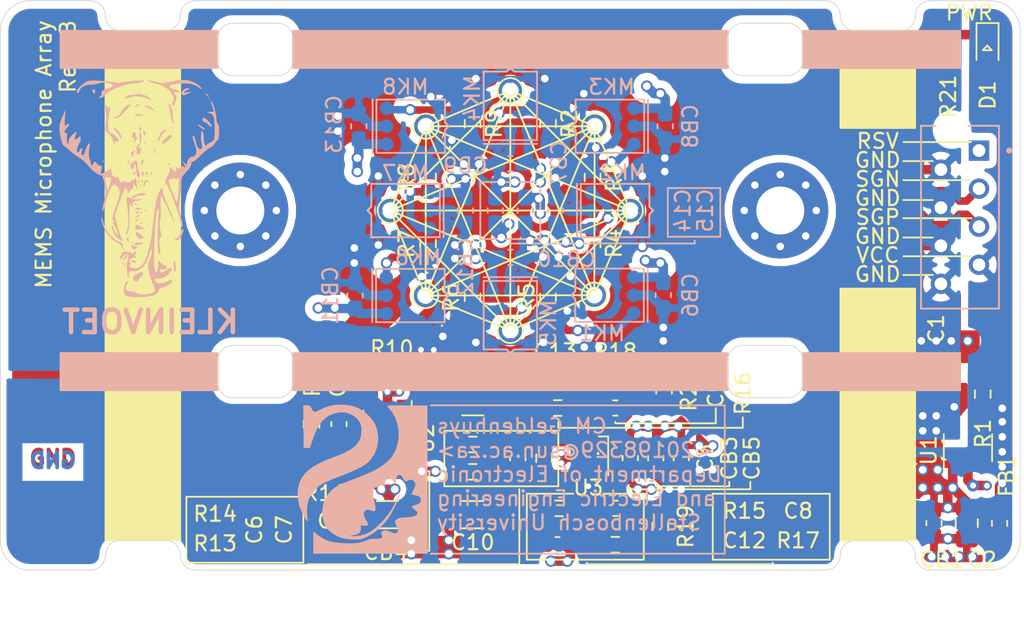
<source format=kicad_pcb>
(kicad_pcb (version 20171130) (host pcbnew 5.1.7-a382d34a8~87~ubuntu18.04.1)
  (layers (0 F.Cu signal) (1 In1.Cu power) (2 In2.Cu power) (31 B.Cu signal) (34 B.Paste user) (35 F.Paste user) (36 B.SilkS user) (37 F.SilkS user) (38 B.Mask user) (39 F.Mask user) (44 Edge.Cuts user))
  (net 0 "")
  (net 1 GND)
  (net 2 +1V8)
  (net 3 +3V3)
  (net 4 "Net-(C4-Pad1)")
  (net 5 "Net-(C5-Pad2)")
  (net 6 /Buffer/Out)
  (net 7 "Net-(C13-Pad2)")
  (net 8 "Net-(C12-Pad2)")
  (net 9 "Net-(C7-Pad2)")
  (net 10 "Net-(C7-Pad1)")
  (net 11 "Net-(C8-Pad1)")
  (net 12 "Net-(C9-Pad1)")
  (net 13 /Preamplifier/~IN)
  (net 14 /Preamplifier/IN)
  (net 15 VCC)
  (net 16 SIG_P)
  (net 17 SIG_N)
  (net 18 /Buffer/IN3)
  (net 19 /Buffer/IN2)
  (net 20 /Buffer/IN1)
  (net 21 /Buffer/IN0)
  (net 22 /Buffer/IN4)
  (net 23 /Buffer/IN5)
  (net 24 /Buffer/IN6)
  (net 25 /Buffer/IN7)
  (net 26 "Net-(R10-Pad2)")
  (net 27 "Net-(U3-Pad8)")
  (net 28 "Net-(U3-Pad2)")
  (net 29 "Net-(U1-Pad4)")
  (net 30 "Net-(D1-Pad1)")
  (net 31 "Net-(J1-Pad1)")
  (net 32 "Net-(R1-Pad2)")
  (module grootvoet:SU-Emblem (layer B.Cu) (at 169.5 132.9 180)
    (fp_text reference G*** hide)
    (fp_text value LOGO hide)
  )
  (module grootvoet:Oliver_SilkScreen_15x15mm (layer B.Cu) (at 155.5 113.5 180)
    (fp_text reference G*** hide)
    (fp_text value LOGO hide)
  )
  (module Capacitor_SMD:C_0805_2012Metric_Pad1.18x1.45mm_HandSolder (layer F.Cu) (at 210.435624 135.862499 270)
    (fp_text reference C2 (at 2.440501 -1.019376 180) (layer F.SilkS))
    (fp_text value 10u)
    (pad 2 smd roundrect (at 1.0375 0 270) (size 1.175 1.45) (layers F.Cu F.Paste F.Mask) (roundrect_rratio 0.212766) (net 1 GND))
    (pad 1 smd roundrect (at -1.0375 0 270) (size 1.175 1.45) (layers F.Cu F.Paste F.Mask) (roundrect_rratio 0.212766) (net 3 +3V3))
  )
  (module grootvoet:TE_7-215079-8 (layer B.Cu) (at 211.25 111 90)
    (fp_text reference J1 hide)
    (fp_text value Mic_Conn)
    (pad None np_thru_hole circle (at 1.4 -1.8 90) (size 1.55 1.55) (drill 1.55) (layers *.Cu *.Mask))
    (pad 8 thru_hole circle (at -8.89 -2.54 90) (size 1.358 1.358) (drill 0.85) (layers *.Cu *.Mask) (net 1 GND))
    (pad 7 thru_hole circle (at -7.62 0 90) (size 1.358 1.358) (drill 0.85) (layers *.Cu *.Mask) (net 15 VCC))
    (pad 6 thru_hole circle (at -6.35 -2.54 90) (size 1.358 1.358) (drill 0.85) (layers *.Cu *.Mask) (net 1 GND))
    (pad 5 thru_hole circle (at -5.08 0 90) (size 1.358 1.358) (drill 0.85) (layers *.Cu *.Mask) (net 16 SIG_P))
    (pad 4 thru_hole circle (at -3.81 -2.54 90) (size 1.358 1.358) (drill 0.85) (layers *.Cu *.Mask) (net 1 GND))
    (pad 3 thru_hole circle (at -2.54 0 90) (size 1.358 1.358) (drill 0.85) (layers *.Cu *.Mask) (net 17 SIG_N))
    (pad 2 thru_hole circle (at -1.27 -2.54 90) (size 1.358 1.358) (drill 0.85) (layers *.Cu *.Mask) (net 1 GND))
    (pad 1 thru_hole rect (at 0 0 90) (size 1.358 1.358) (drill 0.85) (layers *.Cu *.Mask) (net 31 "Net-(J1-Pad1)"))
  )
  (module Capacitor_SMD:C_0603_1608Metric_Pad1.08x0.95mm_HandSolder (layer B.Cu) (at 181 115 270)
    (fp_text reference C15 (at 0 -12 270) (layer B.SilkS) (effects (justify mirror)))
    (fp_text value 1u)
    (pad 2 smd roundrect (at 0.8625 0 270) (size 1.075 0.95) (layers B.Cu B.Paste B.Mask) (net 1 GND))
    (pad 1 smd roundrect (at -0.8625 0 270) (size 1.075 0.95) (layers B.Cu B.Paste B.Mask) (net 2 +1V8))
  )
  (module Capacitor_SMD:C_0603_1608Metric_Pad1.08x0.95mm_HandSolder (layer B.Cu) (at 179 115 90)
    (fp_text reference C14 (at 0 12.5 270) (layer B.SilkS) (effects (justify mirror)))
    (fp_text value 1u)
    (pad 2 smd roundrect (at 0.8625 0 90) (size 1.075 0.95) (layers B.Cu B.Paste B.Mask) (net 1 GND))
    (pad 1 smd roundrect (at -0.8625 0 90) (size 1.075 0.95) (layers B.Cu B.Paste B.Mask) (net 2 +1V8))
  )
  (module Resistor_SMD:R_0603_1608Metric_Pad0.98x0.95mm_HandSolder (layer F.Cu) (at 209.183333 104.175 270)
    (fp_text reference R21 (at 3.225 -0.016667 270) (layer F.SilkS))
    (fp_text value 2k2)
    (pad 2 smd roundrect (at 0.9125 0 270) (size 0.975 0.95) (layers F.Cu F.Paste F.Mask) (net 1 GND))
    (pad 1 smd roundrect (at -0.9125 0 270) (size 0.975 0.95) (layers F.Cu F.Paste F.Mask) (net 30 "Net-(D1-Pad1)"))
  )
  (module LED_SMD:LED_0603_1608Metric_Pad1.05x0.95mm_HandSolder (layer F.Cu) (at 211.816665 104.1525 270)
    (fp_text reference D1 (at 3.1475 -0.016665 90) (layer F.SilkS))
    (fp_text value RED)
    (pad 2 smd roundrect (at 0.875 0 270) (size 1.05 0.95) (layers F.Cu F.Paste F.Mask) (net 15 VCC))
    (pad 1 smd roundrect (at -0.875 0 270) (size 1.05 0.95) (layers F.Cu F.Paste F.Mask) (net 30 "Net-(D1-Pad1)"))
  )
  (module Package_TO_SOT_SMD:SOT-23-5 (layer F.Cu) (at 210.5125 130.824999 90)
    (fp_text reference U1 (at -0.175001 -2.6125 90) (layer F.SilkS))
    (fp_text value TLV741PxxDBVx)
    (pad 5 smd rect (at 1.1 -0.95 90) (size 1.06 0.65) (layers F.Cu F.Paste F.Mask) (net 2 +1V8))
    (pad 4 smd rect (at 1.1 0.95 90) (size 1.06 0.65) (layers F.Cu F.Paste F.Mask) (net 29 "Net-(U1-Pad4)"))
    (pad 3 smd rect (at -1.1 0.95 90) (size 1.06 0.65) (layers F.Cu F.Paste F.Mask) (net 32 "Net-(R1-Pad2)"))
    (pad 2 smd rect (at -1.1 0 90) (size 1.06 0.65) (layers F.Cu F.Paste F.Mask) (net 1 GND))
    (pad 1 smd rect (at -1.1 -0.95 90) (size 1.06 0.65) (layers F.Cu F.Paste F.Mask) (net 3 +3V3))
  )
  (module MountingHole:MountingHole_3.2mm_M3_Pad_Via (layer F.Cu) (at 198 115)
    (fp_text reference H2 hide)
    (fp_text value MountingHole)
    (pad 1 thru_hole circle (at 1.697056 -1.697056) (size 0.8 0.8) (drill 0.5) (layers *.Cu *.Mask))
    (pad 1 thru_hole circle (at 0 -2.4) (size 0.8 0.8) (drill 0.5) (layers *.Cu *.Mask))
    (pad 1 thru_hole circle (at -1.697056 -1.697056) (size 0.8 0.8) (drill 0.5) (layers *.Cu *.Mask))
    (pad 1 thru_hole circle (at -2.4 0) (size 0.8 0.8) (drill 0.5) (layers *.Cu *.Mask))
    (pad 1 thru_hole circle (at -1.697056 1.697056) (size 0.8 0.8) (drill 0.5) (layers *.Cu *.Mask))
    (pad 1 thru_hole circle (at 0 2.4) (size 0.8 0.8) (drill 0.5) (layers *.Cu *.Mask))
    (pad 1 thru_hole circle (at 1.697056 1.697056) (size 0.8 0.8) (drill 0.5) (layers *.Cu *.Mask))
    (pad 1 thru_hole circle (at 2.4 0) (size 0.8 0.8) (drill 0.5) (layers *.Cu *.Mask))
    (pad 1 thru_hole circle (at 0 0) (size 6.4 6.4) (drill 3.2) (layers *.Cu *.Mask))
  )
  (module MountingHole:MountingHole_3.2mm_M3_Pad_Via (layer F.Cu) (at 162 115)
    (fp_text reference H1 hide)
    (fp_text value MountingHole)
    (pad 1 thru_hole circle (at 1.697056 -1.697056) (size 0.8 0.8) (drill 0.5) (layers *.Cu *.Mask))
    (pad 1 thru_hole circle (at 0 -2.4) (size 0.8 0.8) (drill 0.5) (layers *.Cu *.Mask))
    (pad 1 thru_hole circle (at -1.697056 -1.697056) (size 0.8 0.8) (drill 0.5) (layers *.Cu *.Mask))
    (pad 1 thru_hole circle (at -2.4 0) (size 0.8 0.8) (drill 0.5) (layers *.Cu *.Mask))
    (pad 1 thru_hole circle (at -1.697056 1.697056) (size 0.8 0.8) (drill 0.5) (layers *.Cu *.Mask))
    (pad 1 thru_hole circle (at 0 2.4) (size 0.8 0.8) (drill 0.5) (layers *.Cu *.Mask))
    (pad 1 thru_hole circle (at 1.697056 1.697056) (size 0.8 0.8) (drill 0.5) (layers *.Cu *.Mask))
    (pad 1 thru_hole circle (at 2.4 0) (size 0.8 0.8) (drill 0.5) (layers *.Cu *.Mask))
    (pad 1 thru_hole circle (at 0 0) (size 6.4 6.4) (drill 3.2) (layers *.Cu *.Mask))
  )
  (module grootvoet:WQFN-10_RUN (layer F.Cu) (at 185.1 131.525 270)
    (fp_text reference U3 (at 1.975 -0.1 180) (layer F.SilkS))
    (fp_text value THS4551)
    (pad 5 smd roundrect (at 0 0.85) (size 0.7 0.25) (layers F.Cu F.Mask) (roundrect_rratio 0.2) (net 1 GND))
    (pad 10 smd roundrect (at 0 -0.85) (size 0.7 0.25) (layers F.Cu F.Mask) (roundrect_rratio 0.2) (net 3 +3V3))
    (pad 8 smd roundrect (at 0.85 -0.25 270) (size 0.7 0.25) (layers F.Cu F.Mask) (roundrect_rratio 0.2) (net 27 "Net-(U3-Pad8)"))
    (pad 6 smd roundrect (at 0.85 0.75 270) (size 0.7 0.25) (layers F.Cu F.Mask) (roundrect_rratio 0.2) (net 10 "Net-(C7-Pad1)"))
    (pad 7 smd roundrect (at 0.85 0.25 270) (size 0.7 0.25) (layers F.Cu F.Mask) (roundrect_rratio 0.2) (net 2 +1V8))
    (pad 9 smd roundrect (at 0.85 -0.75 270) (size 0.7 0.25) (layers F.Cu F.Mask) (roundrect_rratio 0.2) (net 11 "Net-(C8-Pad1)"))
    (pad 4 smd roundrect (at -0.85 0.75 270) (size 0.7 0.25) (layers F.Cu F.Mask) (roundrect_rratio 0.2) (net 9 "Net-(C7-Pad2)"))
    (pad 3 smd roundrect (at -0.85 0.25 270) (size 0.7 0.25) (layers F.Cu F.Mask) (roundrect_rratio 0.2) (net 3 +3V3))
    (pad 2 smd roundrect (at -0.85 -0.25 270) (size 0.7 0.25) (layers F.Cu F.Mask) (roundrect_rratio 0.2) (net 28 "Net-(U3-Pad2)"))
    (pad 1 smd roundrect (at -0.85 -0.75 270) (size 0.7 0.25) (layers F.Cu F.Mask) (roundrect_rratio 0.2) (net 12 "Net-(C9-Pad1)"))
  )
  (module Package_TO_SOT_SMD:SOT-23-5 (layer F.Cu) (at 171.8125 129.25 270)
    (fp_text reference U2 (at 0.95 -2.5875 90) (layer F.SilkS))
    (fp_text value OPA377xxDBVx)
    (pad 5 smd rect (at 1.1 -0.95 270) (size 1.06 0.65) (layers F.Cu F.Paste F.Mask) (net 3 +3V3))
    (pad 4 smd rect (at 1.1 0.95 270) (size 1.06 0.65) (layers F.Cu F.Paste F.Mask) (net 5 "Net-(C5-Pad2)"))
    (pad 3 smd rect (at -1.1 0.95 270) (size 1.06 0.65) (layers F.Cu F.Paste F.Mask) (net 26 "Net-(R10-Pad2)"))
    (pad 2 smd rect (at -1.1 0 270) (size 1.06 0.65) (layers F.Cu F.Paste F.Mask) (net 1 GND))
    (pad 1 smd rect (at -1.1 -0.95 270) (size 1.06 0.65) (layers F.Cu F.Paste F.Mask) (net 6 /Buffer/Out))
  )
  (module TestPoint:TestPoint_Pad_D1.0mm (layer F.Cu) (at 205.9 132.9)
    (fp_text reference TP1 (at 0 -1.448) (layer F.SilkS))
    (fp_text value TestPoint)
    (pad 1 smd circle (at 0 0) (size 1 1) (layers F.Cu F.Mask) (net 3 +3V3))
  )
  (module Resistor_SMD:R_0603_1608Metric_Pad0.98x0.95mm_HandSolder (layer F.Cu) (at 190.25 126.964 270)
    (fp_text reference R20 (at 0 -1.65 90) (layer F.SilkS))
    (fp_text value 47E)
    (pad 2 smd roundrect (at 0.9125 0 270) (size 0.975 0.95) (layers F.Cu F.Paste F.Mask) (net 12 "Net-(C9-Pad1)"))
    (pad 1 smd roundrect (at -0.9125 0 270) (size 0.975 0.95) (layers F.Cu F.Paste F.Mask) (net 17 SIG_N))
  )
  (module Resistor_SMD:R_0603_1608Metric_Pad0.98x0.95mm_HandSolder (layer F.Cu) (at 190 136.088 90)
    (fp_text reference R19 (at 0 1.7 90) (layer F.SilkS))
    (fp_text value 47E)
    (pad 2 smd roundrect (at 0.9125 0 90) (size 0.975 0.95) (layers F.Cu F.Paste F.Mask) (net 11 "Net-(C8-Pad1)"))
    (pad 1 smd roundrect (at -0.9125 0 90) (size 0.975 0.95) (layers F.Cu F.Paste F.Mask) (net 16 SIG_P))
  )
  (module Resistor_SMD:R_0603_1608Metric_Pad0.98x0.95mm_HandSolder (layer F.Cu) (at 187 125.75 180)
    (fp_text reference R18 (at 0 1.35) (layer F.SilkS))
    (fp_text value 1k0)
    (pad 2 smd roundrect (at 0.9125 0 180) (size 0.975 0.95) (layers F.Cu F.Paste F.Mask) (net 9 "Net-(C7-Pad2)"))
    (pad 1 smd roundrect (at -0.9125 0 180) (size 0.975 0.95) (layers F.Cu F.Paste F.Mask) (net 17 SIG_N))
  )
  (module Resistor_SMD:R_0603_1608Metric_Pad0.98x0.95mm_HandSolder (layer F.Cu) (at 187 137.302 180)
    (fp_text reference R17 (at -12.189126 0.281167) (layer F.SilkS))
    (fp_text value 1k0)
    (pad 2 smd roundrect (at 0.9125 0 180) (size 0.975 0.95) (layers F.Cu F.Paste F.Mask) (net 10 "Net-(C7-Pad1)"))
    (pad 1 smd roundrect (at -0.9125 0 180) (size 0.975 0.95) (layers F.Cu F.Paste F.Mask) (net 16 SIG_P))
  )
  (module Resistor_SMD:R_0603_1608Metric_Pad0.98x0.95mm_HandSolder (layer F.Cu) (at 183.1625 128.178 180)
    (fp_text reference R16 (at -12.3375 0.978 90) (layer F.SilkS))
    (fp_text value 330)
    (pad 2 smd roundrect (at 0.9125 0 180) (size 0.975 0.95) (layers F.Cu F.Paste F.Mask) (net 7 "Net-(C13-Pad2)"))
    (pad 1 smd roundrect (at -0.9125 0 180) (size 0.975 0.95) (layers F.Cu F.Paste F.Mask) (net 9 "Net-(C7-Pad2)"))
  )
  (module Resistor_SMD:R_0603_1608Metric_Pad0.98x0.95mm_HandSolder (layer F.Cu) (at 183.25 134.874 180)
    (fp_text reference R15 (at -12.360873 -0.170167) (layer F.SilkS))
    (fp_text value 330)
    (pad 2 smd roundrect (at 0.9125 0 180) (size 0.975 0.95) (layers F.Cu F.Paste F.Mask) (net 8 "Net-(C12-Pad2)"))
    (pad 1 smd roundrect (at -0.9125 0 180) (size 0.975 0.95) (layers F.Cu F.Paste F.Mask) (net 10 "Net-(C7-Pad1)"))
  )
  (module Resistor_SMD:R_0603_1608Metric_Pad0.98x0.95mm_HandSolder (layer F.Cu) (at 177.5 130.6135 180)
    (fp_text reference R14 (at 17.181309 -4.630667) (layer F.SilkS))
    (fp_text value 210)
    (pad 2 smd roundrect (at 0.9125 0 180) (size 0.975 0.95) (layers F.Cu F.Paste F.Mask) (net 14 /Preamplifier/IN))
    (pad 1 smd roundrect (at -0.9125 0 180) (size 0.975 0.95) (layers F.Cu F.Paste F.Mask) (net 7 "Net-(C13-Pad2)"))
  )
  (module Resistor_SMD:R_0603_1608Metric_Pad0.98x0.95mm_HandSolder (layer F.Cu) (at 177.5 132.4385 180)
    (fp_text reference R13 (at 17.181309 -4.782333) (layer F.SilkS))
    (fp_text value 270)
    (pad 2 smd roundrect (at 0.9125 0 180) (size 0.975 0.95) (layers F.Cu F.Paste F.Mask) (net 13 /Preamplifier/~IN))
    (pad 1 smd roundrect (at -0.9125 0 180) (size 0.975 0.95) (layers F.Cu F.Paste F.Mask) (net 8 "Net-(C12-Pad2)"))
  )
  (module Resistor_SMD:R_0603_1608Metric_Pad0.98x0.95mm_HandSolder (layer F.Cu) (at 166.75 129.25 90)
    (fp_text reference R12 (at 3.25 0.05 90) (layer F.SilkS))
    (fp_text value 2k2)
    (pad 2 smd roundrect (at 0.9125 0 90) (size 0.975 0.95) (layers F.Cu F.Paste F.Mask) (net 6 /Buffer/Out))
    (pad 1 smd roundrect (at -0.9125 0 90) (size 0.975 0.95) (layers F.Cu F.Paste F.Mask) (net 5 "Net-(C5-Pad2)"))
  )
  (module Resistor_SMD:R_0603_1608Metric_Pad0.98x0.95mm_HandSolder (layer F.Cu) (at 167.6625 132.4385 180)
    (fp_text reference R11 (at 0 -1.43) (layer F.SilkS))
    (fp_text value 2k2)
    (pad 2 smd roundrect (at 0.9125 0 180) (size 0.975 0.95) (layers F.Cu F.Paste F.Mask) (net 5 "Net-(C5-Pad2)"))
    (pad 1 smd roundrect (at -0.9125 0 180) (size 0.975 0.95) (layers F.Cu F.Paste F.Mask) (net 4 "Net-(C4-Pad1)"))
  )
  (module Resistor_SMD:R_0603_1608Metric_Pad0.98x0.95mm_HandSolder (layer F.Cu) (at 172.0875 125.75 180)
    (fp_text reference R10 (at -0.0125 1.55) (layer F.SilkS))
    (fp_text value PH)
    (pad 2 smd roundrect (at 0.9125 0 180) (size 0.975 0.95) (layers F.Cu F.Paste F.Mask) (net 26 "Net-(R10-Pad2)"))
    (pad 1 smd roundrect (at -0.9125 0 180) (size 0.975 0.95) (layers F.Cu F.Paste F.Mask) (net 1 GND))
  )
  (module Resistor_SMD:R_0603_1608Metric_Pad0.98x0.95mm_HandSolder (layer F.Cu) (at 177.484999 109.208333 270)
    (fp_text reference R9 (at 0 -1.43 90) (layer F.SilkS))
    (fp_text value 2k2)
    (pad 2 smd roundrect (at 0.9125 0 270) (size 0.975 0.95) (layers F.Cu F.Paste F.Mask) (net 26 "Net-(R10-Pad2)"))
    (pad 1 smd roundrect (at -0.9125 0 270) (size 0.975 0.95) (layers F.Cu F.Paste F.Mask) (net 25 /Buffer/IN7))
  )
  (module Resistor_SMD:R_0603_1608Metric_Pad0.98x0.95mm_HandSolder (layer F.Cu) (at 174.514999 112.791667 90)
    (fp_text reference R8 (at 0 -1.43 90) (layer F.SilkS))
    (fp_text value 2k2)
    (pad 2 smd roundrect (at 0.9125 0 90) (size 0.975 0.95) (layers F.Cu F.Paste F.Mask) (net 26 "Net-(R10-Pad2)"))
    (pad 1 smd roundrect (at -0.9125 0 90) (size 0.975 0.95) (layers F.Cu F.Paste F.Mask) (net 24 /Buffer/IN6))
  )
  (module Resistor_SMD:R_0603_1608Metric_Pad0.98x0.95mm_HandSolder (layer F.Cu) (at 174.514999 117.208333 90)
    (fp_text reference R7 (at 0 -1.43 90) (layer F.SilkS))
    (fp_text value 2k2)
    (pad 2 smd roundrect (at 0.9125 0 90) (size 0.975 0.95) (layers F.Cu F.Paste F.Mask) (net 26 "Net-(R10-Pad2)"))
    (pad 1 smd roundrect (at -0.9125 0 90) (size 0.975 0.95) (layers F.Cu F.Paste F.Mask) (net 23 /Buffer/IN5))
  )
  (module Resistor_SMD:R_0603_1608Metric_Pad0.98x0.95mm_HandSolder (layer F.Cu) (at 177.484999 120.791667 90)
    (fp_text reference R6 (at 0 -1.43 90) (layer F.SilkS))
    (fp_text value 2k2)
    (pad 2 smd roundrect (at 0.9125 0 90) (size 0.975 0.95) (layers F.Cu F.Paste F.Mask) (net 26 "Net-(R10-Pad2)"))
    (pad 1 smd roundrect (at -0.9125 0 90) (size 0.975 0.95) (layers F.Cu F.Paste F.Mask) (net 22 /Buffer/IN4))
  )
  (module Resistor_SMD:R_0603_1608Metric_Pad0.98x0.95mm_HandSolder (layer F.Cu) (at 182.514999 120.791667 90)
    (fp_text reference R5 (at 0 -1.43 90) (layer F.SilkS))
    (fp_text value 2k2)
    (pad 2 smd roundrect (at 0.9125 0 90) (size 0.975 0.95) (layers F.Cu F.Paste F.Mask) (net 26 "Net-(R10-Pad2)"))
    (pad 1 smd roundrect (at -0.9125 0 90) (size 0.975 0.95) (layers F.Cu F.Paste F.Mask) (net 18 /Buffer/IN3))
  )
  (module Resistor_SMD:R_0603_1608Metric_Pad0.98x0.95mm_HandSolder (layer F.Cu) (at 185.484999 117.208333 270)
    (fp_text reference R4 (at 0 -1.43 90) (layer F.SilkS))
    (fp_text value 2k2)
    (pad 2 smd roundrect (at 0.9125 0 270) (size 0.975 0.95) (layers F.Cu F.Paste F.Mask) (net 26 "Net-(R10-Pad2)"))
    (pad 1 smd roundrect (at -0.9125 0 270) (size 0.975 0.95) (layers F.Cu F.Paste F.Mask) (net 19 /Buffer/IN2))
  )
  (module Resistor_SMD:R_0603_1608Metric_Pad0.98x0.95mm_HandSolder (layer F.Cu) (at 185.484999 112.791667 270)
    (fp_text reference R3 (at 0 -1.43 90) (layer F.SilkS))
    (fp_text value 2k2)
    (pad 2 smd roundrect (at 0.9125 0 270) (size 0.975 0.95) (layers F.Cu F.Paste F.Mask) (net 26 "Net-(R10-Pad2)"))
    (pad 1 smd roundrect (at -0.9125 0 270) (size 0.975 0.95) (layers F.Cu F.Paste F.Mask) (net 20 /Buffer/IN1))
  )
  (module Resistor_SMD:R_0603_1608Metric_Pad0.98x0.95mm_HandSolder (layer F.Cu) (at 182.514999 109.208333 270)
    (fp_text reference R2 (at 0 -1.43 90) (layer F.SilkS))
    (fp_text value 2k2)
    (pad 2 smd roundrect (at 0.9125 0 270) (size 0.975 0.95) (layers F.Cu F.Paste F.Mask) (net 26 "Net-(R10-Pad2)"))
    (pad 1 smd roundrect (at -0.9125 0 270) (size 0.975 0.95) (layers F.Cu F.Paste F.Mask) (net 21 /Buffer/IN0))
  )
  (module Resistor_SMD:R_0603_1608Metric_Pad0.98x0.95mm_HandSolder (layer F.Cu) (at 211.5 127.25 270)
    (fp_text reference R1 (at 2.637499 -0.02125 90) (layer F.SilkS))
    (fp_text value 10k)
    (pad 2 smd roundrect (at 0.9125 0 270) (size 0.975 0.95) (layers F.Cu F.Paste F.Mask) (net 32 "Net-(R1-Pad2)"))
    (pad 1 smd roundrect (at -0.9125 0 270) (size 0.975 0.95) (layers F.Cu F.Paste F.Mask) (net 15 VCC))
  )
  (module grootvoet:MEMS_Mic_ICS-40300 (layer B.Cu) (at 174.375 109.375)
    (fp_text reference MK8 (at -1.375 -2.625) (layer B.SilkS) (effects (justify mirror)))
    (fp_text value MIC_ICS_40300)
    (pad 3 smd custom (at 0.695 0) (size 0.15 0.15) (layers B.Cu B.Mask) (net 1 GND) (options (clearance outline) (anchor circle)) (primitives (gr_circle (center -0.695 0) (end 0 0) (width 0.29))))
    (pad "" np_thru_hole circle (at 0 0) (size 0.6 0.6) (drill 0.6) (layers *.Cu *.Mask))
    (pad 1 smd circle (at -2.62 -1.2) (size 0.9 0.9) (layers B.Cu B.Mask) (net 25 /Buffer/IN7))
    (pad 5 smd circle (at -2.62 1.2) (size 0.9 0.9) (layers B.Cu B.Mask) (net 2 +1V8))
    (pad 6 smd circle (at -2.62 0) (size 0.9 0.9) (layers B.Cu B.Mask) (net 1 GND))
    (pad 2 smd circle (at 0.79 1.27) (size 0.7 0.7) (layers B.Cu B.Mask) (net 1 GND))
    (pad 4 smd circle (at 0.79 -1.27) (size 0.7 0.7) (layers B.Cu B.Mask) (net 1 GND))
  )
  (module grootvoet:MEMS_Mic_ICS-40300 (layer B.Cu) (at 172 115 180)
    (fp_text reference MK7 (at -1 2.5) (layer B.SilkS) (effects (justify mirror)))
    (fp_text value MIC_ICS_40300)
    (pad 3 smd custom (at 0.695 0 180) (size 0.15 0.15) (layers B.Cu B.Mask) (net 1 GND) (options (clearance outline) (anchor circle)) (primitives (gr_circle (center -0.695 0) (end 0 0) (width 0.29))))
    (pad "" np_thru_hole circle (at 0 0 180) (size 0.6 0.6) (drill 0.6) (layers *.Cu *.Mask))
    (pad 1 smd circle (at -2.62 -1.2 180) (size 0.9 0.9) (layers B.Cu B.Mask) (net 24 /Buffer/IN6))
    (pad 5 smd circle (at -2.62 1.2 180) (size 0.9 0.9) (layers B.Cu B.Mask) (net 2 +1V8))
    (pad 6 smd circle (at -2.62 0 180) (size 0.9 0.9) (layers B.Cu B.Mask) (net 1 GND))
    (pad 2 smd circle (at 0.79 1.27 180) (size 0.7 0.7) (layers B.Cu B.Mask) (net 1 GND))
    (pad 4 smd circle (at 0.79 -1.27 180) (size 0.7 0.7) (layers B.Cu B.Mask) (net 1 GND))
  )
  (module grootvoet:MEMS_Mic_ICS-40300 (layer B.Cu) (at 174.35 120.675)
    (fp_text reference MK6 (at -0.508 -2.54) (layer B.SilkS) (effects (justify mirror)))
    (fp_text value MIC_ICS_40300)
    (pad 3 smd custom (at 0.695 0) (size 0.15 0.15) (layers B.Cu B.Mask) (net 1 GND) (options (clearance outline) (anchor circle)) (primitives (gr_circle (center -0.695 0) (end 0 0) (width 0.29))))
    (pad "" np_thru_hole circle (at 0 0) (size 0.6 0.6) (drill 0.6) (layers *.Cu *.Mask))
    (pad 1 smd circle (at -2.62 -1.2) (size 0.9 0.9) (layers B.Cu B.Mask) (net 23 /Buffer/IN5))
    (pad 5 smd circle (at -2.62 1.2) (size 0.9 0.9) (layers B.Cu B.Mask) (net 2 +1V8))
    (pad 6 smd circle (at -2.62 0) (size 0.9 0.9) (layers B.Cu B.Mask) (net 1 GND))
    (pad 2 smd circle (at 0.79 1.27) (size 0.7 0.7) (layers B.Cu B.Mask) (net 1 GND))
    (pad 4 smd circle (at 0.79 -1.27) (size 0.7 0.7) (layers B.Cu B.Mask) (net 1 GND))
  )
  (module grootvoet:MEMS_Mic_ICS-40300 (layer B.Cu) (at 180 123 270)
    (fp_text reference MK5 (at -0.508 -2.54 90) (layer B.SilkS) (effects (justify mirror)))
    (fp_text value MIC_ICS_40300)
    (pad 3 smd custom (at 0.695 0 270) (size 0.15 0.15) (layers B.Cu B.Mask) (net 1 GND) (options (clearance outline) (anchor circle)) (primitives (gr_circle (center -0.695 0) (end 0 0) (width 0.29))))
    (pad "" np_thru_hole circle (at 0 0 270) (size 0.6 0.6) (drill 0.6) (layers *.Cu *.Mask))
    (pad 1 smd circle (at -2.62 -1.2 270) (size 0.9 0.9) (layers B.Cu B.Mask) (net 22 /Buffer/IN4))
    (pad 5 smd circle (at -2.62 1.2 270) (size 0.9 0.9) (layers B.Cu B.Mask) (net 2 +1V8))
    (pad 6 smd circle (at -2.62 0 270) (size 0.9 0.9) (layers B.Cu B.Mask) (net 1 GND))
    (pad 2 smd circle (at 0.79 1.27 270) (size 0.7 0.7) (layers B.Cu B.Mask) (net 1 GND))
    (pad 4 smd circle (at 0.79 -1.27 270) (size 0.7 0.7) (layers B.Cu B.Mask) (net 1 GND))
  )
  (module grootvoet:MEMS_Mic_ICS-40300 (layer B.Cu) (at 180 107 90)
    (fp_text reference MK4 (at -0.508 -2.54 90) (layer B.SilkS) (effects (justify mirror)))
    (fp_text value MIC_ICS_40300)
    (pad 3 smd custom (at 0.695 0 90) (size 0.15 0.15) (layers B.Cu B.Mask) (net 1 GND) (options (clearance outline) (anchor circle)) (primitives (gr_circle (center -0.695 0) (end 0 0) (width 0.29))))
    (pad "" np_thru_hole circle (at 0 0 90) (size 0.6 0.6) (drill 0.6) (layers *.Cu *.Mask))
    (pad 1 smd circle (at -2.62 -1.2 90) (size 0.9 0.9) (layers B.Cu B.Mask) (net 21 /Buffer/IN0))
    (pad 5 smd circle (at -2.62 1.2 90) (size 0.9 0.9) (layers B.Cu B.Mask) (net 2 +1V8))
    (pad 6 smd circle (at -2.62 0 90) (size 0.9 0.9) (layers B.Cu B.Mask) (net 1 GND))
    (pad 2 smd circle (at 0.79 1.27 90) (size 0.7 0.7) (layers B.Cu B.Mask) (net 1 GND))
    (pad 4 smd circle (at 0.79 -1.27 90) (size 0.7 0.7) (layers B.Cu B.Mask) (net 1 GND))
  )
  (module grootvoet:MEMS_Mic_ICS-40300 (layer B.Cu) (at 185.625 109.375 180)
    (fp_text reference MK3 (at -1.125 2.625) (layer B.SilkS) (effects (justify mirror)))
    (fp_text value MIC_ICS_40300)
    (fp_text user < (at 1.778 0) (layer F.SilkS))
    (pad 3 smd custom (at 0.695 0 180) (size 0.15 0.15) (layers B.Cu B.Mask) (net 1 GND) (options (clearance outline) (anchor circle)) (primitives (gr_circle (center -0.695 0) (end 0 0) (width 0.29))))
    (pad "" np_thru_hole circle (at 0 0 180) (size 0.6 0.6) (drill 0.6) (layers *.Cu *.Mask))
    (pad 1 smd circle (at -2.62 -1.2 180) (size 0.9 0.9) (layers B.Cu B.Mask) (net 20 /Buffer/IN1))
    (pad 5 smd circle (at -2.62 1.2 180) (size 0.9 0.9) (layers B.Cu B.Mask) (net 2 +1V8))
    (pad 6 smd circle (at -2.62 0 180) (size 0.9 0.9) (layers B.Cu B.Mask) (net 1 GND))
    (pad 2 smd circle (at 0.79 1.27 180) (size 0.7 0.7) (layers B.Cu B.Mask) (net 1 GND))
    (pad 4 smd circle (at 0.79 -1.27 180) (size 0.7 0.7) (layers B.Cu B.Mask) (net 1 GND))
  )
  (module grootvoet:MEMS_Mic_ICS-40300 (layer B.Cu) (at 188 115)
    (fp_text reference MK2 (at -0.508 -2.54) (layer B.SilkS) (effects (justify mirror)))
    (fp_text value MIC_ICS_40300)
    (pad 3 smd custom (at 0.695 0) (size 0.15 0.15) (layers B.Cu B.Mask) (net 1 GND) (options (clearance outline) (anchor circle)) (primitives (gr_circle (center -0.695 0) (end 0 0) (width 0.29))))
    (pad "" np_thru_hole circle (at 0 0) (size 0.6 0.6) (drill 0.6) (layers *.Cu *.Mask))
    (pad 1 smd circle (at -2.62 -1.2) (size 0.9 0.9) (layers B.Cu B.Mask) (net 19 /Buffer/IN2))
    (pad 5 smd circle (at -2.62 1.2) (size 0.9 0.9) (layers B.Cu B.Mask) (net 2 +1V8))
    (pad 6 smd circle (at -2.62 0) (size 0.9 0.9) (layers B.Cu B.Mask) (net 1 GND))
    (pad 2 smd circle (at 0.79 1.27) (size 0.7 0.7) (layers B.Cu B.Mask) (net 1 GND))
    (pad 4 smd circle (at 0.79 -1.27) (size 0.7 0.7) (layers B.Cu B.Mask) (net 1 GND))
  )
  (module grootvoet:MEMS_Mic_ICS-40300 (layer B.Cu) (at 185.6 120.65 180)
    (fp_text reference MK1 (at -0.508 -2.54) (layer B.SilkS) (effects (justify mirror)))
    (fp_text value MIC_ICS_40300)
    (pad 3 smd custom (at 0.695 0 180) (size 0.15 0.15) (layers B.Cu B.Mask) (net 1 GND) (options (clearance outline) (anchor circle)) (primitives (gr_circle (center -0.695 0) (end 0 0) (width 0.29))))
    (pad "" np_thru_hole circle (at 0 0 180) (size 0.6 0.6) (drill 0.6) (layers *.Cu *.Mask))
    (pad 1 smd circle (at -2.62 -1.2 180) (size 0.9 0.9) (layers B.Cu B.Mask) (net 18 /Buffer/IN3))
    (pad 5 smd circle (at -2.62 1.2 180) (size 0.9 0.9) (layers B.Cu B.Mask) (net 2 +1V8))
    (pad 6 smd circle (at -2.62 0 180) (size 0.9 0.9) (layers B.Cu B.Mask) (net 1 GND))
    (pad 2 smd circle (at 0.79 1.27 180) (size 0.7 0.7) (layers B.Cu B.Mask) (net 1 GND))
    (pad 4 smd circle (at 0.79 -1.27 180) (size 0.7 0.7) (layers B.Cu B.Mask) (net 1 GND))
  )
  (module Inductor_SMD:L_0603_1608Metric_Pad1.05x0.95mm_HandSolder (layer F.Cu) (at 212.62125 135.874999 270)
    (fp_text reference FB1 (at -3.159999 -0.48475 270) (layer F.SilkS))
    (fp_text value "100 @ 100 MHz")
    (pad 2 smd roundrect (at 0.875 0 270) (size 1.05 0.95) (layers F.Cu F.Paste F.Mask) (net 3 +3V3))
    (pad 1 smd roundrect (at -0.875 0 270) (size 1.05 0.95) (layers F.Cu F.Paste F.Mask) (net 15 VCC))
  )
  (module Capacitor_SMD:C_0603_1608Metric_Pad1.08x0.95mm_HandSolder (layer B.Cu) (at 169.9 109.375 90)
    (fp_text reference CB13 (at 0.125 -1.65 90) (layer B.SilkS) (effects (justify mirror)))
    (fp_text value 100n)
    (pad 2 smd roundrect (at 0.8625 0 90) (size 1.075 0.95) (layers B.Cu B.Paste B.Mask) (net 1 GND))
    (pad 1 smd roundrect (at -0.8625 0 90) (size 1.075 0.95) (layers B.Cu B.Paste B.Mask) (net 2 +1V8))
  )
  (module Capacitor_SMD:C_0603_1608Metric_Pad1.08x0.95mm_HandSolder (layer B.Cu) (at 177 115 270)
    (fp_text reference CB12 (at 3.75 0 90) (layer B.SilkS) (effects (justify mirror)))
    (fp_text value 100n)
    (pad 2 smd roundrect (at 0.8625 0 270) (size 1.075 0.95) (layers B.Cu B.Paste B.Mask) (net 1 GND))
    (pad 1 smd roundrect (at -0.8625 0 270) (size 1.075 0.95) (layers B.Cu B.Paste B.Mask) (net 2 +1V8))
  )
  (module Capacitor_SMD:C_0603_1608Metric_Pad1.08x0.95mm_HandSolder (layer B.Cu) (at 169.65 120.675 90)
    (fp_text reference CB11 (at 0 -1.65 90) (layer B.SilkS) (effects (justify mirror)))
    (fp_text value 100n)
    (pad 2 smd roundrect (at 0.8625 0 90) (size 1.075 0.95) (layers B.Cu B.Paste B.Mask) (net 1 GND))
    (pad 1 smd roundrect (at -0.8625 0 90) (size 1.075 0.95) (layers B.Cu B.Paste B.Mask) (net 2 +1V8))
  )
  (module Capacitor_SMD:C_0603_1608Metric_Pad1.08x0.95mm_HandSolder (layer B.Cu) (at 180 118.120833)
    (fp_text reference CB10 (at 3.75 0.129167) (layer B.SilkS) (effects (justify mirror)))
    (fp_text value 100n)
    (pad 2 smd roundrect (at 0.8625 0) (size 1.075 0.95) (layers B.Cu B.Paste B.Mask) (net 1 GND))
    (pad 1 smd roundrect (at -0.8625 0) (size 1.075 0.95) (layers B.Cu B.Paste B.Mask) (net 2 +1V8))
  )
  (module Capacitor_SMD:C_0603_1608Metric_Pad1.08x0.95mm_HandSolder (layer B.Cu) (at 180 111.879167 180)
    (fp_text reference CB9 (at 3 -0.120833) (layer B.SilkS) (effects (justify mirror)))
    (fp_text value 100n)
    (pad 2 smd roundrect (at 0.8625 0 180) (size 1.075 0.95) (layers B.Cu B.Paste B.Mask) (net 1 GND))
    (pad 1 smd roundrect (at -0.8625 0 180) (size 1.075 0.95) (layers B.Cu B.Paste B.Mask) (net 2 +1V8))
  )
  (module Capacitor_SMD:C_0603_1608Metric_Pad1.08x0.95mm_HandSolder (layer B.Cu) (at 190.325 109.375 270)
    (fp_text reference CB8 (at 0 -1.675 90) (layer B.SilkS) (effects (justify mirror)))
    (fp_text value 100n)
    (pad 2 smd roundrect (at 0.8625 0 270) (size 1.075 0.95) (layers B.Cu B.Paste B.Mask) (net 1 GND))
    (pad 1 smd roundrect (at -0.8625 0 270) (size 1.075 0.95) (layers B.Cu B.Paste B.Mask) (net 2 +1V8))
  )
  (module Capacitor_SMD:C_0603_1608Metric_Pad1.08x0.95mm_HandSolder (layer B.Cu) (at 183 115 90)
    (fp_text reference CB7 (at 3.2 0.25 90) (layer B.SilkS) (effects (justify mirror)))
    (fp_text value 100n)
    (pad 2 smd roundrect (at 0.8625 0 90) (size 1.075 0.95) (layers B.Cu B.Paste B.Mask) (net 1 GND))
    (pad 1 smd roundrect (at -0.8625 0 90) (size 1.075 0.95) (layers B.Cu B.Paste B.Mask) (net 2 +1V8))
  )
  (module Capacitor_SMD:C_0603_1608Metric_Pad1.08x0.95mm_HandSolder (layer B.Cu) (at 190.2 120.65 270)
    (fp_text reference CB6 (at 0 -1.8 90) (layer B.SilkS) (effects (justify mirror)))
    (fp_text value 100n)
    (pad 2 smd roundrect (at 0.8625 0 270) (size 1.075 0.95) (layers B.Cu B.Paste B.Mask) (net 1 GND))
    (pad 1 smd roundrect (at -0.8625 0 270) (size 1.075 0.95) (layers B.Cu B.Paste B.Mask) (net 2 +1V8))
  )
  (module Capacitor_SMD:C_0603_1608Metric_Pad1.08x0.95mm_HandSolder (layer F.Cu) (at 188 131.526 90)
    (fp_text reference CB5 (at 0 8.1 90) (layer F.SilkS))
    (fp_text value 100n)
    (pad 2 smd roundrect (at 0.8625 0 90) (size 1.075 0.95) (layers F.Cu F.Paste F.Mask) (net 1 GND))
    (pad 1 smd roundrect (at -0.8625 0 90) (size 1.075 0.95) (layers F.Cu F.Paste F.Mask) (net 3 +3V3))
  )
  (module Capacitor_SMD:C_0603_1608Metric_Pad1.08x0.95mm_HandSolder (layer F.Cu) (at 171.8125 132.4385 180)
    (fp_text reference CB4 (at 0.1125 -5.3615) (layer F.SilkS))
    (fp_text value 100n)
    (pad 2 smd roundrect (at 0.8625 0 180) (size 1.075 0.95) (layers F.Cu F.Paste F.Mask) (net 1 GND))
    (pad 1 smd roundrect (at -0.8625 0 180) (size 1.075 0.95) (layers F.Cu F.Paste F.Mask) (net 3 +3V3))
  )
  (module Capacitor_SMD:C_0603_1608Metric_Pad1.08x0.95mm_HandSolder (layer F.Cu) (at 189.7 131.526 90)
    (fp_text reference CB3 (at 0 4.9 90) (layer F.SilkS))
    (fp_text value 100n)
    (pad 2 smd roundrect (at 0.8625 0 90) (size 1.075 0.95) (layers F.Cu F.Paste F.Mask) (net 1 GND))
    (pad 1 smd roundrect (at -0.8625 0 90) (size 1.075 0.95) (layers F.Cu F.Paste F.Mask) (net 2 +1V8))
  )
  (module Capacitor_SMD:C_0603_1608Metric_Pad1.08x0.95mm_HandSolder (layer F.Cu) (at 208.25 135.862499 270)
    (fp_text reference CB1 (at 2.440501 -0.538 180) (layer F.SilkS))
    (fp_text value 100n)
    (pad 2 smd roundrect (at 0.8625 0 270) (size 1.075 0.95) (layers F.Cu F.Paste F.Mask) (net 1 GND))
    (pad 1 smd roundrect (at -0.8625 0 270) (size 1.075 0.95) (layers F.Cu F.Paste F.Mask) (net 3 +3V3))
  )
  (module Capacitor_SMD:C_0603_1608Metric_Pad1.08x0.95mm_HandSolder (layer F.Cu) (at 183.1125 125.75 180)
    (fp_text reference C13 (at 0.1125 1.35) (layer F.SilkS))
    (fp_text value 220p)
    (pad 2 smd roundrect (at 0.8625 0 180) (size 1.075 0.95) (layers F.Cu F.Paste F.Mask) (net 7 "Net-(C13-Pad2)"))
    (pad 1 smd roundrect (at -0.8625 0 180) (size 1.075 0.95) (layers F.Cu F.Paste F.Mask) (net 1 GND))
  )
  (module Capacitor_SMD:C_0603_1608Metric_Pad1.08x0.95mm_HandSolder (layer F.Cu) (at 183.1375 137.302 180)
    (fp_text reference C12 (at -12.473373 0.281167) (layer F.SilkS))
    (fp_text value 220p)
    (pad 2 smd roundrect (at 0.8625 0 180) (size 1.075 0.95) (layers F.Cu F.Paste F.Mask) (net 8 "Net-(C12-Pad2)"))
    (pad 1 smd roundrect (at -0.8625 0 180) (size 1.075 0.95) (layers F.Cu F.Paste F.Mask) (net 1 GND))
  )
  (module Capacitor_SMD:C_1206_3216Metric_Pad1.33x1.80mm_HandSolder (layer F.Cu) (at 177.5 127.758 180)
    (fp_text reference C11 (at 0 1.858) (layer F.SilkS))
    (fp_text value 47u)
    (pad 2 smd roundrect (at 1.5625 0 180) (size 1.325 1.8) (layers F.Cu F.Paste F.Mask) (roundrect_rratio 0.188679) (net 6 /Buffer/Out))
    (pad 1 smd roundrect (at -1.5625 0 180) (size 1.325 1.8) (layers F.Cu F.Paste F.Mask) (roundrect_rratio 0.188679) (net 14 /Preamplifier/IN))
  )
  (module Capacitor_SMD:C_1206_3216Metric_Pad1.33x1.80mm_HandSolder (layer F.Cu) (at 177.5 135.294 180)
    (fp_text reference C10 (at 0 -1.85) (layer F.SilkS))
    (fp_text value 47u)
    (pad 2 smd roundrect (at 1.5625 0 180) (size 1.325 1.8) (layers F.Cu F.Paste F.Mask) (roundrect_rratio 0.188679) (net 1 GND))
    (pad 1 smd roundrect (at -1.5625 0 180) (size 1.325 1.8) (layers F.Cu F.Paste F.Mask) (roundrect_rratio 0.188679) (net 13 /Preamplifier/~IN))
  )
  (module Capacitor_SMD:C_0603_1608Metric_Pad1.08x0.95mm_HandSolder (layer F.Cu) (at 187 128.178 180)
    (fp_text reference C9 (at -6.7 0.978 90) (layer F.SilkS))
    (fp_text value 2.7n)
    (pad 2 smd roundrect (at 0.8625 0 180) (size 1.075 0.95) (layers F.Cu F.Paste F.Mask) (net 9 "Net-(C7-Pad2)"))
    (pad 1 smd roundrect (at -0.8625 0 180) (size 1.075 0.95) (layers F.Cu F.Paste F.Mask) (net 12 "Net-(C9-Pad1)"))
  )
  (module Capacitor_SMD:C_0603_1608Metric_Pad1.08x0.95mm_HandSolder (layer F.Cu) (at 187 134.874 180)
    (fp_text reference C8 (at -12.189126 -0.170167) (layer F.SilkS))
    (fp_text value 2.7n)
    (pad 2 smd roundrect (at 0.8625 0 180) (size 1.075 0.95) (layers F.Cu F.Paste F.Mask) (net 10 "Net-(C7-Pad1)"))
    (pad 1 smd roundrect (at -0.8625 0 180) (size 1.075 0.95) (layers F.Cu F.Paste F.Mask) (net 11 "Net-(C8-Pad1)"))
  )
  (module Resistor_SMD:R_0603_1608Metric_Pad0.98x0.95mm_HandSolder (layer F.Cu) (at 182.25 131.526 90)
    (fp_text reference C7 (at -4.774 -17.33381 90) (layer F.SilkS))
    (fp_text value PH)
    (pad 2 smd roundrect (at 0.9125 0 90) (size 0.975 0.95) (layers F.Cu F.Paste F.Mask) (net 9 "Net-(C7-Pad2)"))
    (pad 1 smd roundrect (at -0.9125 0 90) (size 0.975 0.95) (layers F.Cu F.Paste F.Mask) (net 10 "Net-(C7-Pad1)"))
  )
  (module Capacitor_SMD:C_0603_1608Metric_Pad1.08x0.95mm_HandSolder (layer F.Cu) (at 180.5 131.526 90)
    (fp_text reference C6 (at -4.774 -17.565119 90) (layer F.SilkS))
    (fp_text value 18n)
    (pad 2 smd roundrect (at 0.8625 0 90) (size 1.075 0.95) (layers F.Cu F.Paste F.Mask) (net 7 "Net-(C13-Pad2)"))
    (pad 1 smd roundrect (at -0.8625 0 90) (size 1.075 0.95) (layers F.Cu F.Paste F.Mask) (net 8 "Net-(C12-Pad2)"))
  )
  (module Capacitor_SMD:C_0603_1608Metric_Pad1.08x0.95mm_HandSolder (layer F.Cu) (at 168.575 129.25 270)
    (fp_text reference C5 (at -2.75 0.075 90) (layer F.SilkS))
    (fp_text value 220p)
    (pad 2 smd roundrect (at 0.8625 0 270) (size 1.075 0.95) (layers F.Cu F.Paste F.Mask) (net 5 "Net-(C5-Pad2)"))
    (pad 1 smd roundrect (at -0.8625 0 270) (size 1.075 0.95) (layers F.Cu F.Paste F.Mask) (net 6 /Buffer/Out))
  )
  (module Capacitor_SMD:C_1206_3216Metric_Pad1.33x1.80mm_HandSolder (layer F.Cu) (at 171.8125 135.294)
    (fp_text reference C4 (at -3.7125 0.406) (layer F.SilkS))
    (fp_text value 47u)
    (pad 2 smd roundrect (at 1.5625 0) (size 1.325 1.8) (layers F.Cu F.Paste F.Mask) (roundrect_rratio 0.188679) (net 1 GND))
    (pad 1 smd roundrect (at -1.5625 0) (size 1.325 1.8) (layers F.Cu F.Paste F.Mask) (roundrect_rratio 0.188679) (net 4 "Net-(C4-Pad1)"))
  )
  (module Capacitor_SMD:C_0603_1608Metric_Pad1.08x0.95mm_HandSolder (layer F.Cu) (at 191.4 131.526 90)
    (fp_text reference C3 (at 0 1.6 90) (layer F.SilkS))
    (fp_text value 1u)
    (pad 2 smd roundrect (at 0.8625 0 90) (size 1.075 0.95) (layers F.Cu F.Paste F.Mask) (net 1 GND))
    (pad 1 smd roundrect (at -0.8625 0 90) (size 1.075 0.95) (layers F.Cu F.Paste F.Mask) (net 2 +1V8))
  )
  (module Capacitor_SMD:C_0603_1608Metric_Pad1.08x0.95mm_HandSolder (layer F.Cu) (at 208.40375 125.787499 90)
    (fp_text reference C1 (at 2.887499 -0.00375 90) (layer F.SilkS))
    (fp_text value 1u)
    (pad 2 smd roundrect (at 0.8625 0 90) (size 1.075 0.95) (layers F.Cu F.Paste F.Mask) (net 1 GND))
    (pad 1 smd roundrect (at -0.8625 0 90) (size 1.075 0.95) (layers F.Cu F.Paste F.Mask) (net 2 +1V8))
  )
  (gr_arc (start 198.5 126.5) (end 198.5 127.5) (angle -90) (layer Edge.Cuts) (width 0.05))
  (gr_line (start 195.5 127.5) (end 198.5 127.5) (layer Edge.Cuts) (width 0.05))
  (gr_arc (start 195.5 126.5) (end 194.5 126.5) (angle -90) (layer Edge.Cuts) (width 0.05))
  (gr_arc (start 195.5 125) (end 195.5 124) (angle -90) (layer Edge.Cuts) (width 0.05))
  (gr_line (start 198.5 124) (end 195.5 124) (layer Edge.Cuts) (width 0.05))
  (gr_arc (start 198.5 125) (end 199.5 125) (angle -90) (layer Edge.Cuts) (width 0.05))
  (gr_arc (start 164.5 126.5) (end 164.5 127.5) (angle -90) (layer Edge.Cuts) (width 0.05))
  (gr_line (start 161.5 127.5) (end 164.5 127.5) (layer Edge.Cuts) (width 0.05))
  (gr_arc (start 161.5 126.5) (end 160.5 126.5) (angle -90) (layer Edge.Cuts) (width 0.05))
  (gr_arc (start 161.5 125) (end 161.5 124) (angle -90) (layer Edge.Cuts) (width 0.05))
  (gr_line (start 164.5 124) (end 161.5 124) (layer Edge.Cuts) (width 0.05))
  (gr_arc (start 164.5 125) (end 165.5 125) (angle -90) (layer Edge.Cuts) (width 0.05))
  (gr_arc (start 198.5 105) (end 198.5 106) (angle -90) (layer Edge.Cuts) (width 0.05))
  (gr_line (start 195.5 106) (end 198.5 106) (layer Edge.Cuts) (width 0.05))
  (gr_arc (start 195.5 105) (end 194.5 105) (angle -90) (layer Edge.Cuts) (width 0.05))
  (gr_arc (start 195.5 103.5) (end 195.5 102.5) (angle -90) (layer Edge.Cuts) (width 0.05))
  (gr_line (start 198.5 102.5) (end 195.5 102.5) (layer Edge.Cuts) (width 0.05))
  (gr_arc (start 198.5 103.5) (end 199.5 103.5) (angle -90) (layer Edge.Cuts) (width 0.05))
  (gr_arc (start 164.5 105) (end 164.5 106) (angle -90) (layer Edge.Cuts) (width 0.05))
  (gr_line (start 161.5 106) (end 164.5 106) (layer Edge.Cuts) (width 0.05))
  (gr_arc (start 161.5 105) (end 160.5 105) (angle -90) (layer Edge.Cuts) (width 0.05))
  (gr_arc (start 164.5 103.5) (end 165.5 103.5) (angle -90) (layer Edge.Cuts) (width 0.05))
  (gr_arc (start 161.5 103.5) (end 161.5 102.5) (angle -90) (layer Edge.Cuts) (width 0.05))
  (gr_arc (start 157 102) (end 157 103) (angle -90) (layer Edge.Cuts) (width 0.05))
  (gr_arc (start 154 102) (end 153 102) (angle -90) (layer Edge.Cuts) (width 0.05))
  (gr_arc (start 152 102) (end 153 102) (angle -90) (layer Edge.Cuts) (width 0.05))
  (gr_line (start 154 103) (end 157 103) (layer Edge.Cuts) (width 0.05))
  (gr_arc (start 159 102) (end 159 101) (angle -90) (layer Edge.Cuts) (width 0.05))
  (gr_arc (start 206 102) (end 206 103) (angle -90) (layer Edge.Cuts) (width 0.05))
  (gr_arc (start 203 102) (end 202 102) (angle -90) (layer Edge.Cuts) (width 0.05))
  (gr_arc (start 201 102) (end 202 102) (angle -90) (layer Edge.Cuts) (width 0.05))
  (gr_line (start 203 103) (end 206 103) (layer Edge.Cuts) (width 0.05))
  (gr_arc (start 208 102) (end 208 101) (angle -90) (layer Edge.Cuts) (width 0.05))
  (gr_arc (start 203 138) (end 203 137) (angle -90) (layer Edge.Cuts) (width 0.05))
  (gr_arc (start 206 138) (end 207 138) (angle -90) (layer Edge.Cuts) (width 0.05))
  (gr_arc (start 208 138) (end 207 138) (angle -90) (layer Edge.Cuts) (width 0.05))
  (gr_line (start 206 137) (end 203 137) (layer Edge.Cuts) (width 0.05))
  (gr_arc (start 201 138) (end 201 139) (angle -90) (layer Edge.Cuts) (width 0.05))
  (gr_arc (start 157 138) (end 158 138) (angle -90) (layer Edge.Cuts) (width 0.05))
  (gr_arc (start 154 138) (end 154 137) (angle -90) (layer Edge.Cuts) (width 0.05))
  (gr_text KLEINVOET (at 156 122.434245) (layer B.SilkS) (effects (font (size 1.5 1.5) (thickness 0.3)) (justify mirror)))
  (gr_line (start 194.3 137.9) (end 174.7 137.9) (layer B.SilkS) (width 0.12))
  (gr_line (start 194.3 128) (end 194.3 137.9) (layer B.SilkS) (width 0.12))
  (gr_line (start 174.7 128) (end 194.3 128) (layer B.SilkS) (width 0.12))
  (gr_text "MEMS Microphone Array\nRev. B" (at 149.7 102.2 90) (layer F.SilkS) (effects (font (size 1 1)) (justify right)))
  (gr_text "CM Geldenhuys\n<20198329@sun.ac.za>\nDepartment of Electronic\nand Electric Engineering\nStellenbosch University" (at 175 132.6) (layer B.SilkS) (effects (font (size 1 1)) (justify right mirror)))
  (gr_text GND (at 149.500001 131.6925) (layer B.Cu) (effects (font (size 1 1) (thickness 0.25)) (justify mirror)))
  (gr_text GND (at 149.5 131.5) (layer F.Cu) (effects (font (size 1 1) (thickness 0.25))))
  (gr_line (start 206.210536 110.4325) (end 210.710536 110.4325) (layer F.SilkS) (width 0.12))
  (gr_line (start 208.172039 111.7025) (end 206.2 111.7025) (layer F.SilkS) (width 0.12))
  (gr_text RSV (at 204.5 110.365) (layer F.SilkS) (effects (font (size 1 1))))
  (gr_text GND (at 204.5 111.635) (layer F.SilkS) (effects (font (size 1 1))))
  (gr_line (start 208.172039 119.3) (end 206.2 119.3) (layer F.SilkS) (width 0.12))
  (gr_line (start 208.172039 116.8) (end 206.2 116.8) (layer F.SilkS) (width 0.12))
  (gr_line (start 208.172039 114.3) (end 206.2 114.3) (layer F.SilkS) (width 0.12))
  (gr_line (start 206.2 118.0525) (end 210.74625 118.0525) (layer F.SilkS) (width 0.12))
  (gr_line (start 206.2 115.5125) (end 210.74625 115.5125) (layer F.SilkS) (width 0.12))
  (gr_line (start 206.210536 112.9725) (end 210.710536 112.9725) (layer F.SilkS) (width 0.12))
  (gr_text GND (at 204.5 119.255) (layer F.SilkS) (effects (font (size 1 1))))
  (gr_text VCC (at 204.5 117.985) (layer F.SilkS) (effects (font (size 1 1))))
  (gr_text GND (at 204.5 116.715) (layer F.SilkS) (effects (font (size 1 1))))
  (gr_text SGP (at 204.5 115.445) (layer F.SilkS) (effects (font (size 1 1))))
  (gr_text GND (at 204.5 114.175) (layer F.SilkS) (effects (font (size 1 1))))
  (gr_text SGN (at 204.5 112.905) (layer F.SilkS) (effects (font (size 1 1))))
  (gr_poly (pts (xy 207 137.033) (xy 202 137.033) (xy 202 120.2) (xy 207 120.2)) (layer F.SilkS) (width 0.1))
  (gr_line (start 212.1 104.3) (end 211.5 104.3) (layer F.SilkS) (width 0.12))
  (gr_line (start 211.8 104) (end 212.1 104.3) (layer F.SilkS) (width 0.12))
  (gr_line (start 211.5 104.3) (end 211.8 104) (layer F.SilkS) (width 0.12))
  (gr_line (start 180 117.2) (end 180 117.1) (layer B.SilkS) (width 0.12))
  (gr_line (start 192.3 117.2) (end 192.3 117) (layer B.SilkS) (width 0.12))
  (gr_line (start 180 117.2) (end 192.3 117.2) (layer B.SilkS) (width 0.12))
  (gr_line (start 178 116.9) (end 178 113.1) (layer B.SilkS) (width 0.12))
  (gr_line (start 182 116.9) (end 178 116.9) (layer B.SilkS) (width 0.12))
  (gr_line (start 182 113.1) (end 182 116.9) (layer B.SilkS) (width 0.12))
  (gr_line (start 178 113.1) (end 182 113.1) (layer B.SilkS) (width 0.12))
  (gr_line (start 194 113.5) (end 190.5 113.5) (layer B.SilkS) (width 0.12))
  (gr_line (start 194 116.75) (end 194 113.5) (layer B.SilkS) (width 0.12))
  (gr_line (start 190.5 116.75) (end 194 116.75) (layer B.SilkS) (width 0.12))
  (gr_line (start 190.5 113.5) (end 190.5 116.75) (layer B.SilkS) (width 0.12))
  (gr_line (start 165.5 126.5) (end 165.5 125) (layer Edge.Cuts) (width 0.05))
  (gr_line (start 160.5 125) (end 160.5 126.5) (layer Edge.Cuts) (width 0.05))
  (gr_line (start 164.5 102.5) (end 161.5 102.5) (layer Edge.Cuts) (width 0.05))
  (gr_line (start 165.5 105) (end 165.5 103.5) (layer Edge.Cuts) (width 0.05))
  (gr_line (start 160.5 103.5) (end 160.5 105) (layer Edge.Cuts) (width 0.05))
  (gr_poly (pts (xy 160.5 105.5) (xy 150 105.5) (xy 150 103) (xy 160.5 103)) (layer B.SilkS) (width 0.1))
  (gr_poly (pts (xy 194.5 105.5) (xy 165.5 105.5) (xy 165.5 103) (xy 194.5 103)) (layer B.SilkS) (width 0.1))
  (gr_poly (pts (xy 210 105.5) (xy 199.5 105.5) (xy 199.5 103) (xy 210 103)) (layer B.SilkS) (width 0.1))
  (gr_poly (pts (xy 210 127) (xy 199.5 127) (xy 199.5 124.5) (xy 210 124.5)) (layer B.SilkS) (width 0.1))
  (gr_poly (pts (xy 194.5 127) (xy 165.5 127) (xy 165.5 124.5) (xy 194.5 124.5)) (layer B.SilkS) (width 0.1))
  (gr_poly (pts (xy 160.5 127) (xy 150 127) (xy 150 124.5) (xy 160.5 124.5)) (layer B.SilkS) (width 0.1))
  (gr_line (start 194.5 103.5) (end 194.5 105) (layer Edge.Cuts) (width 0.05))
  (gr_line (start 199.5 105) (end 199.5 103.5) (layer Edge.Cuts) (width 0.05))
  (gr_line (start 188.9 133.9) (end 186.2 133.9) (layer F.SilkS) (width 0.12))
  (gr_line (start 180.6 138.6) (end 166.5 138.6) (layer F.SilkS) (width 0.12))
  (gr_line (start 180.6 133.6) (end 180.6 138.6) (layer F.SilkS) (width 0.12))
  (gr_line (start 166.2 134.1) (end 166.2 138.5) (layer F.SilkS) (width 0.12))
  (gr_line (start 158.4 134.1) (end 158.4 138.5) (layer F.SilkS) (width 0.12))
  (gr_line (start 158.4 134.1) (end 166.2 134.1) (layer F.SilkS) (width 0.12))
  (gr_line (start 158.4 138.5) (end 166.2 138.5) (layer F.SilkS) (width 0.12))
  (gr_line (start 175.6 133.4) (end 175.6 129.7) (layer F.SilkS) (width 0.12))
  (gr_line (start 183.2 133.4) (end 175.6 133.4) (layer F.SilkS) (width 0.12))
  (gr_line (start 183.2 129.7) (end 183.2 133.4) (layer F.SilkS) (width 0.12))
  (gr_line (start 175.6 129.7) (end 183.2 129.7) (layer F.SilkS) (width 0.12))
  (gr_line (start 197.5 138.6) (end 197.5 138.5) (layer F.SilkS) (width 0.12))
  (gr_line (start 185.1 138.6) (end 197.5 138.6) (layer F.SilkS) (width 0.12))
  (gr_line (start 185.1 138.5) (end 185.1 138.6) (layer F.SilkS) (width 0.12))
  (gr_line (start 201.3 133.9) (end 201.3 138.3) (layer F.SilkS) (width 0.12))
  (gr_line (start 193.5 133.9) (end 193.5 138.3) (layer F.SilkS) (width 0.12))
  (gr_line (start 193.5 133.9) (end 201.3 133.9) (layer F.SilkS) (width 0.12))
  (gr_line (start 193.5 138.3) (end 201.3 138.3) (layer F.SilkS) (width 0.12))
  (gr_line (start 188.9 133.9) (end 188.9 138.3) (layer F.SilkS) (width 0.12))
  (gr_line (start 181.1 133.9) (end 184.2 133.9) (layer F.SilkS) (width 0.12))
  (gr_line (start 181.1 138.3) (end 188.9 138.3) (layer F.SilkS) (width 0.12))
  (gr_line (start 181.1 133.9) (end 181.1 138.3) (layer F.SilkS) (width 0.12))
  (gr_line (start 174.6 137.7) (end 173.3 137.7) (layer F.SilkS) (width 0.12))
  (gr_line (start 174.6 132.4) (end 174.6 137.7) (layer F.SilkS) (width 0.12))
  (gr_line (start 173.6 132.4) (end 174.6 132.4) (layer F.SilkS) (width 0.12))
  (gr_line (start 183.2 129.5) (end 183.2 129.1) (layer F.SilkS) (width 0.12))
  (gr_line (start 195.5 129.5) (end 183.2 129.5) (layer F.SilkS) (width 0.12))
  (gr_line (start 195.5 128.8) (end 195.5 129.5) (layer F.SilkS) (width 0.12))
  (gr_line (start 187 129.2) (end 187 129.1) (layer F.SilkS) (width 0.12))
  (gr_line (start 193.7 129.2) (end 187 129.2) (layer F.SilkS) (width 0.12))
  (gr_line (start 193.7 128.2) (end 193.7 129.2) (layer F.SilkS) (width 0.12))
  (gr_line (start 187.9 133.6) (end 187.9 133.3) (layer F.SilkS) (width 0.12))
  (gr_line (start 189.7 133.4) (end 189.7 133.3) (layer F.SilkS) (width 0.12))
  (gr_line (start 196 133.6) (end 196 133.1) (layer F.SilkS) (width 0.12))
  (gr_line (start 187.9 133.6) (end 196 133.6) (layer F.SilkS) (width 0.12))
  (gr_line (start 194.6 133.4) (end 194.6 133.1) (layer F.SilkS) (width 0.12))
  (gr_line (start 189.7 133.4) (end 194.6 133.4) (layer F.SilkS) (width 0.12))
  (gr_text PWR (at 210.6 101.8) (layer F.SilkS) (effects (font (size 1 1))))
  (gr_line (start 185.6 120.65) (end 172 115) (layer F.SilkS) (width 0.12))
  (gr_line (start 185.6 120.65) (end 174.35 120.675) (layer F.SilkS) (width 0.12))
  (gr_line (start 188 115) (end 172 115) (layer F.SilkS) (width 0.12))
  (gr_line (start 188 115) (end 174.35 120.675) (layer F.SilkS) (width 0.12))
  (gr_line (start 188 115) (end 180 123) (layer F.SilkS) (width 0.12))
  (gr_line (start 185.625 109.375) (end 172 115) (layer F.SilkS) (width 0.12))
  (gr_line (start 185.625 109.375) (end 174.35 120.675) (layer F.SilkS) (width 0.12))
  (gr_line (start 185.625 109.375) (end 180 123) (layer F.SilkS) (width 0.12))
  (gr_line (start 185.625 109.375) (end 185.6 120.65) (layer F.SilkS) (width 0.12))
  (gr_line (start 180 107) (end 172 115) (layer F.SilkS) (width 0.12))
  (gr_line (start 180 107) (end 174.35 120.675) (layer F.SilkS) (width 0.12))
  (gr_line (start 180 107) (end 180 123) (layer F.SilkS) (width 0.12))
  (gr_line (start 180 107) (end 185.6 120.65) (layer F.SilkS) (width 0.12))
  (gr_line (start 180 107) (end 185.6 120.65) (layer F.SilkS) (width 0.12))
  (gr_line (start 180 107) (end 188 115) (layer F.SilkS) (width 0.12))
  (gr_line (start 174.375 109.375) (end 174.35 120.675) (layer F.SilkS) (width 0.12))
  (gr_line (start 180 123) (end 172 115) (layer F.SilkS) (width 0.12))
  (gr_line (start 174.375 109.375) (end 180 123) (layer F.SilkS) (width 0.12))
  (gr_line (start 174.375 109.375) (end 185.6 120.65) (layer F.SilkS) (width 0.12))
  (gr_line (start 174.375 109.375) (end 188 115) (layer F.SilkS) (width 0.12))
  (gr_line (start 174.375 109.375) (end 185.625 109.375) (layer F.SilkS) (width 0.12))
  (gr_line (start 172 115) (end 174.375 109.375) (layer F.SilkS) (width 0.12))
  (gr_line (start 174.35 120.675) (end 172 115) (layer F.SilkS) (width 0.12))
  (gr_line (start 180 123) (end 174.35 120.675) (layer F.SilkS) (width 0.12))
  (gr_line (start 185.6 120.65) (end 180 123) (layer F.SilkS) (width 0.12))
  (gr_line (start 188 115) (end 185.6 120.65) (layer F.SilkS) (width 0.12))
  (gr_line (start 185.625 109.375) (end 188 115) (layer F.SilkS) (width 0.12))
  (gr_line (start 180 107) (end 185.625 109.375) (layer F.SilkS) (width 0.12))
  (gr_line (start 174.375 109.375) (end 180 107) (layer F.SilkS) (width 0.12))
  (gr_poly (pts (xy 158 137) (xy 153 137) (xy 153 103) (xy 158 103)) (layer F.SilkS) (width 0.1))
  (gr_poly (pts (xy 207 109.5) (xy 202 109.5) (xy 202 103) (xy 207 103)) (layer F.SilkS) (width 0.1))
  (gr_line (start 199.5 126.5) (end 199.5 125) (layer Edge.Cuts) (width 0.05))
  (gr_line (start 194.5 125) (end 194.5 126.5) (layer Edge.Cuts) (width 0.05))
  (gr_arc (start 212 137) (end 212 139) (angle -90) (layer Edge.Cuts) (width 0.05))
  (gr_arc (start 148 137) (end 146 137) (angle -90) (layer Edge.Cuts) (width 0.05))
  (gr_arc (start 148 103) (end 148 101) (angle -90) (layer Edge.Cuts) (width 0.05))
  (gr_line (start 152 139) (end 148 139) (layer Edge.Cuts) (width 0.05))
  (gr_line (start 212 139) (end 208 139) (layer Edge.Cuts) (width 0.05))
  (gr_line (start 157 137) (end 154 137) (layer Edge.Cuts) (width 0.05))
  (gr_arc (start 159 138) (end 158 138) (angle -90) (layer Edge.Cuts) (width 0.05))
  (gr_arc (start 152 138) (end 152 139) (angle -90) (layer Edge.Cuts) (width 0.05))
  (gr_line (start 152 101) (end 148 101) (layer Edge.Cuts) (width 0.05))
  (gr_arc (start 212 103) (end 214 103) (angle -90) (layer Edge.Cuts) (width 0.05))
  (gr_line (start 208 101) (end 212 101) (layer Edge.Cuts) (width 0.05))
  (gr_line (start 214 137) (end 214 124) (layer Edge.Cuts) (width 0.05))
  (gr_line (start 159 139) (end 201 139) (layer Edge.Cuts) (width 0.05))
  (gr_line (start 146 103) (end 146 137) (layer Edge.Cuts) (width 0.05))
  (gr_line (start 201 101) (end 159 101) (layer Edge.Cuts) (width 0.05))
  (gr_line (start 214 124) (end 214 103) (layer Edge.Cuts) (width 0.05))
  (via (at 179.4 113.1) (size 0.762) (drill 0.508) (layers F.Cu B.Cu) (net 1))
  (segment (start 179 114.1375) (end 179 113.5) (width 0.635) (layer B.Cu) (net 1))
  (segment (start 179 113.5) (end 179.4 113.1) (width 0.635) (layer B.Cu) (net 1))
  (via (at 180.3 113.1) (size 0.762) (drill 0.508) (layers F.Cu B.Cu) (net 1))
  (segment (start 179.4 113.1) (end 180.3 113.1) (width 0.635) (layer B.Cu) (net 1))
  (segment (start 180 111.016667) (end 180 109.62) (width 0.635) (layer B.Cu) (net 1))
  (segment (start 179.1375 111.879167) (end 180 111.016667) (width 0.635) (layer B.Cu) (net 1))
  (segment (start 176.1375 115) (end 177 115.8625) (width 0.635) (layer B.Cu) (net 1))
  (segment (start 174.62 115) (end 176.1375 115) (width 0.635) (layer B.Cu) (net 1))
  (segment (start 170.5125 120.675) (end 171.73 120.675) (width 0.635) (layer B.Cu) (net 1))
  (segment (start 169.65 119.8125) (end 170.5125 120.675) (width 0.635) (layer B.Cu) (net 1))
  (via (at 169.6 118.5) (size 0.762) (drill 0.508) (layers F.Cu B.Cu) (net 1))
  (segment (start 169.65 119.8125) (end 169.65 118.55) (width 0.635) (layer B.Cu) (net 1))
  (segment (start 169.65 118.55) (end 169.6 118.5) (width 0.635) (layer B.Cu) (net 1))
  (via (at 169.6 117.5) (size 0.762) (drill 0.508) (layers F.Cu B.Cu) (net 1))
  (segment (start 169.6 118.5) (end 169.6 117.5) (width 0.635) (layer B.Cu) (net 1))
  (segment (start 183.8625 115) (end 185.38 115) (width 0.635) (layer B.Cu) (net 1))
  (segment (start 183 114.1375) (end 183.8625 115) (width 0.635) (layer B.Cu) (net 1))
  (via (at 183 112.8) (size 0.762) (drill 0.508) (layers F.Cu B.Cu) (net 1))
  (segment (start 183 114.1375) (end 183 112.8) (width 0.635) (layer B.Cu) (net 1))
  (via (at 183 111.8) (size 0.762) (drill 0.508) (layers F.Cu B.Cu) (net 1))
  (segment (start 183 112.8) (end 183 111.8) (width 0.635) (layer B.Cu) (net 1))
  (via (at 181.3 117) (size 0.762) (drill 0.508) (layers F.Cu B.Cu) (net 1))
  (segment (start 181 115.8625) (end 181 116.7) (width 0.635) (layer B.Cu) (net 1))
  (segment (start 181 116.7) (end 181.3 117) (width 0.635) (layer B.Cu) (net 1))
  (via (at 182.3 117) (size 0.762) (drill 0.508) (layers F.Cu B.Cu) (net 1))
  (segment (start 181.3 117) (end 182.3 117) (width 0.635) (layer B.Cu) (net 1))
  (segment (start 180 118.983333) (end 180 120.38) (width 0.635) (layer B.Cu) (net 1))
  (segment (start 180.8625 118.120833) (end 180 118.983333) (width 0.635) (layer B.Cu) (net 1))
  (via (at 182.2 118.1) (size 0.762) (drill 0.508) (layers F.Cu B.Cu) (net 1))
  (segment (start 180.8625 118.120833) (end 182.179167 118.120833) (width 0.635) (layer B.Cu) (net 1))
  (segment (start 182.179167 118.120833) (end 182.2 118.1) (width 0.635) (layer B.Cu) (net 1))
  (via (at 183.2 118.1) (size 0.762) (drill 0.508) (layers F.Cu B.Cu) (net 1))
  (segment (start 182.2 118.1) (end 183.2 118.1) (width 0.635) (layer B.Cu) (net 1))
  (segment (start 189.3375 120.65) (end 190.2 121.5125) (width 0.635) (layer B.Cu) (net 1))
  (segment (start 188.22 120.65) (end 189.3375 120.65) (width 0.635) (layer B.Cu) (net 1))
  (via (at 190.2 122.8) (size 0.762) (drill 0.508) (layers F.Cu B.Cu) (net 1))
  (segment (start 190.2 121.5125) (end 190.2 122.8) (width 0.635) (layer B.Cu) (net 1))
  (via (at 190.2 123.7) (size 0.762) (drill 0.508) (layers F.Cu B.Cu) (net 1))
  (segment (start 190.2 122.8) (end 190.2 123.7) (width 0.635) (layer B.Cu) (net 1))
  (segment (start 179.1375 111.879167) (end 177.920833 111.879167) (width 0.635) (layer B.Cu) (net 1))
  (via (at 177.9 111.9) (size 0.762) (drill 0.508) (layers F.Cu B.Cu) (net 1))
  (segment (start 177.920833 111.879167) (end 177.9 111.9) (width 0.635) (layer B.Cu) (net 1))
  (via (at 176.9 111.9) (size 0.762) (drill 0.508) (layers F.Cu B.Cu) (net 1))
  (segment (start 177.9 111.9) (end 176.9 111.9) (width 0.635) (layer B.Cu) (net 1))
  (segment (start 170.7625 109.375) (end 171.755 109.375) (width 0.635) (layer B.Cu) (net 1))
  (segment (start 169.9 108.5125) (end 170.7625 109.375) (width 0.635) (layer B.Cu) (net 1))
  (via (at 168.5 108.7) (size 0.762) (drill 0.508) (layers F.Cu B.Cu) (net 1))
  (segment (start 169.9 108.5125) (end 168.6875 108.5125) (width 0.635) (layer B.Cu) (net 1))
  (segment (start 168.6875 108.5125) (end 168.5 108.7) (width 0.635) (layer B.Cu) (net 1))
  (via (at 168.5 109.7) (size 0.762) (drill 0.508) (layers F.Cu B.Cu) (net 1))
  (segment (start 168.5 108.7) (end 168.5 109.7) (width 0.635) (layer B.Cu) (net 1))
  (segment (start 181.27 123.79) (end 182.19 123.79) (width 0.635) (layer B.Cu) (net 1))
  (via (at 182.2 123.8) (size 0.762) (drill 0.508) (layers F.Cu B.Cu) (net 1))
  (segment (start 182.19 123.79) (end 182.2 123.8) (width 0.635) (layer B.Cu) (net 1))
  (segment (start 178.73 123.79) (end 177.71 123.79) (width 0.635) (layer B.Cu) (net 1))
  (via (at 177.7 123.8) (size 0.762) (drill 0.508) (layers F.Cu B.Cu) (net 1))
  (segment (start 177.71 123.79) (end 177.7 123.8) (width 0.635) (layer B.Cu) (net 1))
  (segment (start 180.095 123.79) (end 180 123.695) (width 0.381) (layer B.Cu) (net 1))
  (segment (start 181.27 123.79) (end 180.095 123.79) (width 0.381) (layer B.Cu) (net 1))
  (segment (start 179.905 123.79) (end 180 123.695) (width 0.381) (layer B.Cu) (net 1))
  (segment (start 178.73 123.79) (end 179.905 123.79) (width 0.381) (layer B.Cu) (net 1))
  (segment (start 181.27 123.79) (end 178.73 123.79) (width 0.381) (layer B.Cu) (net 1))
  (segment (start 175.14 121.945) (end 175.14 119.405) (width 0.381) (layer B.Cu) (net 1))
  (segment (start 175.14 120.58) (end 175.045 120.675) (width 0.381) (layer B.Cu) (net 1))
  (segment (start 175.14 119.405) (end 175.14 120.58) (width 0.381) (layer B.Cu) (net 1))
  (segment (start 175.14 120.77) (end 175.045 120.675) (width 0.381) (layer B.Cu) (net 1))
  (segment (start 175.14 121.945) (end 175.14 120.77) (width 0.381) (layer B.Cu) (net 1))
  (segment (start 171.21 113.73) (end 171.21 116.27) (width 0.381) (layer B.Cu) (net 1))
  (segment (start 171.21 114.905) (end 171.305 115) (width 0.381) (layer B.Cu) (net 1))
  (segment (start 171.21 113.73) (end 171.21 114.905) (width 0.381) (layer B.Cu) (net 1))
  (segment (start 171.21 115.095) (end 171.305 115) (width 0.381) (layer B.Cu) (net 1))
  (segment (start 171.21 116.27) (end 171.21 115.095) (width 0.381) (layer B.Cu) (net 1))
  (segment (start 175.165 109.28) (end 175.07 109.375) (width 0.381) (layer B.Cu) (net 1))
  (segment (start 175.165 108.105) (end 175.165 109.28) (width 0.381) (layer B.Cu) (net 1))
  (segment (start 175.165 108.105) (end 175.165 110.645) (width 0.381) (layer B.Cu) (net 1))
  (segment (start 175.165 109.47) (end 175.07 109.375) (width 0.381) (layer B.Cu) (net 1))
  (segment (start 175.165 110.645) (end 175.165 109.47) (width 0.381) (layer B.Cu) (net 1))
  (segment (start 179.905 106.21) (end 180 106.305) (width 0.381) (layer B.Cu) (net 1))
  (segment (start 178.73 106.21) (end 179.905 106.21) (width 0.381) (layer B.Cu) (net 1))
  (segment (start 180.095 106.21) (end 180 106.305) (width 0.381) (layer B.Cu) (net 1))
  (segment (start 181.27 106.21) (end 180.095 106.21) (width 0.381) (layer B.Cu) (net 1))
  (segment (start 181.27 106.21) (end 178.73 106.21) (width 0.381) (layer B.Cu) (net 1))
  (segment (start 184.835 109.28) (end 184.93 109.375) (width 0.381) (layer B.Cu) (net 1))
  (segment (start 184.835 108.105) (end 184.835 109.28) (width 0.381) (layer B.Cu) (net 1))
  (segment (start 184.835 108.105) (end 184.835 110.645) (width 0.381) (layer B.Cu) (net 1))
  (segment (start 184.835 109.47) (end 184.93 109.375) (width 0.381) (layer B.Cu) (net 1))
  (segment (start 184.835 110.645) (end 184.835 109.47) (width 0.381) (layer B.Cu) (net 1))
  (segment (start 188.79 114.905) (end 188.695 115) (width 0.381) (layer B.Cu) (net 1))
  (segment (start 188.79 113.73) (end 188.79 114.905) (width 0.381) (layer B.Cu) (net 1))
  (segment (start 188.79 113.73) (end 188.79 116.27) (width 0.381) (layer B.Cu) (net 1))
  (segment (start 188.79 115.095) (end 188.695 115) (width 0.381) (layer B.Cu) (net 1))
  (segment (start 188.79 116.27) (end 188.79 115.095) (width 0.381) (layer B.Cu) (net 1))
  (segment (start 184.81 120.555) (end 184.905 120.65) (width 0.381) (layer B.Cu) (net 1))
  (segment (start 184.81 119.38) (end 184.81 120.555) (width 0.381) (layer B.Cu) (net 1))
  (segment (start 184.81 120.745) (end 184.905 120.65) (width 0.381) (layer B.Cu) (net 1))
  (segment (start 184.81 121.92) (end 184.81 120.745) (width 0.381) (layer B.Cu) (net 1))
  (segment (start 184.81 119.38) (end 184.81 121.92) (width 0.381) (layer B.Cu) (net 1))
  (segment (start 175.14 119.405) (end 174.105 119.405) (width 0.381) (layer B.Cu) (net 1))
  (via (at 174.1 119.4) (size 0.762) (drill 0.508) (layers F.Cu B.Cu) (net 1))
  (segment (start 174.105 119.405) (end 174.1 119.4) (width 0.381) (layer B.Cu) (net 1))
  (via (at 171.2 117.3) (size 0.762) (drill 0.508) (layers F.Cu B.Cu) (net 1))
  (segment (start 171.21 116.27) (end 171.21 117.29) (width 0.381) (layer B.Cu) (net 1))
  (segment (start 171.21 117.29) (end 171.2 117.3) (width 0.381) (layer B.Cu) (net 1))
  (via (at 171.2 112.7) (size 0.762) (drill 0.508) (layers F.Cu B.Cu) (net 1))
  (segment (start 171.21 113.73) (end 171.21 112.71) (width 0.381) (layer B.Cu) (net 1))
  (segment (start 171.21 112.71) (end 171.2 112.7) (width 0.381) (layer B.Cu) (net 1))
  (via (at 176.1 110.3) (size 0.762) (drill 0.508) (layers F.Cu B.Cu) (net 1))
  (segment (start 175.165 110.645) (end 175.755 110.645) (width 0.381) (layer B.Cu) (net 1))
  (segment (start 175.755 110.645) (end 176.1 110.3) (width 0.381) (layer B.Cu) (net 1))
  (segment (start 175.165 108.105) (end 175.165 107.865) (width 0.381) (layer B.Cu) (net 1))
  (via (at 174.7 107.4) (size 0.762) (drill 0.508) (layers F.Cu B.Cu) (net 1))
  (segment (start 175.165 107.865) (end 174.7 107.4) (width 0.381) (layer B.Cu) (net 1))
  (via (at 177.7 106.2) (size 0.762) (drill 0.508) (layers F.Cu B.Cu) (net 1))
  (segment (start 178.73 106.21) (end 177.71 106.21) (width 0.381) (layer B.Cu) (net 1))
  (segment (start 177.71 106.21) (end 177.7 106.2) (width 0.381) (layer B.Cu) (net 1))
  (via (at 182.3 106.2) (size 0.762) (drill 0.508) (layers F.Cu B.Cu) (net 1))
  (segment (start 181.27 106.21) (end 182.29 106.21) (width 0.381) (layer B.Cu) (net 1))
  (segment (start 182.29 106.21) (end 182.3 106.2) (width 0.381) (layer B.Cu) (net 1))
  (via (at 184.9 107.2) (size 0.762) (drill 0.508) (layers F.Cu B.Cu) (net 1))
  (segment (start 184.835 108.105) (end 184.835 107.265) (width 0.381) (layer B.Cu) (net 1))
  (segment (start 184.835 107.265) (end 184.9 107.2) (width 0.381) (layer B.Cu) (net 1))
  (via (at 185.7 110.8) (size 0.762) (drill 0.508) (layers F.Cu B.Cu) (net 1))
  (segment (start 184.835 110.645) (end 185.545 110.645) (width 0.381) (layer B.Cu) (net 1))
  (segment (start 185.545 110.645) (end 185.7 110.8) (width 0.381) (layer B.Cu) (net 1))
  (segment (start 189.4625 109.375) (end 190.325 110.2375) (width 0.635) (layer B.Cu) (net 1))
  (segment (start 188.245 109.375) (end 189.4625 109.375) (width 0.635) (layer B.Cu) (net 1))
  (via (at 190.3 111.5) (size 0.762) (drill 0.508) (layers F.Cu B.Cu) (net 1))
  (segment (start 190.325 110.2375) (end 190.325 111.475) (width 0.635) (layer B.Cu) (net 1))
  (segment (start 190.325 111.475) (end 190.3 111.5) (width 0.635) (layer B.Cu) (net 1))
  (via (at 190.3 112.4) (size 0.762) (drill 0.508) (layers F.Cu B.Cu) (net 1))
  (segment (start 190.3 111.5) (end 190.3 112.4) (width 0.635) (layer B.Cu) (net 1))
  (via (at 188.8 112.7) (size 0.762) (drill 0.508) (layers F.Cu B.Cu) (net 1))
  (segment (start 188.79 113.73) (end 188.79 112.71) (width 0.381) (layer B.Cu) (net 1))
  (segment (start 188.79 112.71) (end 188.8 112.7) (width 0.381) (layer B.Cu) (net 1))
  (via (at 188.8 117.4) (size 0.762) (drill 0.508) (layers F.Cu B.Cu) (net 1))
  (segment (start 188.79 116.27) (end 188.79 117.39) (width 0.381) (layer B.Cu) (net 1))
  (segment (start 188.79 117.39) (end 188.8 117.4) (width 0.381) (layer B.Cu) (net 1))
  (via (at 183.8 121.7) (size 0.762) (drill 0.508) (layers F.Cu B.Cu) (net 1))
  (segment (start 184.81 121.92) (end 184.02 121.92) (width 0.381) (layer B.Cu) (net 1))
  (segment (start 184.02 121.92) (end 183.8 121.7) (width 0.381) (layer B.Cu) (net 1))
  (via (at 184 119.4) (size 0.762) (drill 0.508) (layers F.Cu B.Cu) (net 1))
  (segment (start 184.81 119.38) (end 184.02 119.38) (width 0.381) (layer B.Cu) (net 1))
  (segment (start 184.02 119.38) (end 184 119.4) (width 0.381) (layer B.Cu) (net 1))
  (via (at 175.5 123.4) (size 0.762) (drill 0.508) (layers F.Cu B.Cu) (net 1))
  (segment (start 175.14 121.945) (end 175.14 123.04) (width 0.508) (layer B.Cu) (net 1))
  (segment (start 175.14 123.04) (end 175.5 123.4) (width 0.508) (layer B.Cu) (net 1))
  (segment (start 177 115.8625) (end 177 116.6) (width 0.635) (layer B.Cu) (net 1))
  (via (at 176.3 117.3) (size 0.762) (drill 0.508) (layers F.Cu B.Cu) (net 1))
  (segment (start 177 116.6) (end 176.3 117.3) (width 0.635) (layer B.Cu) (net 1))
  (via (at 176.3 118.2) (size 0.762) (drill 0.508) (layers F.Cu B.Cu) (net 1))
  (segment (start 176.3 117.3) (end 176.3 118.2) (width 0.635) (layer B.Cu) (net 1))
  (segment (start 183.8 138.394) (end 182.7 138.394) (width 0.635) (layer F.Cu) (net 1))
  (via (at 182.7 138.394) (size 0.762) (drill 0.508) (layers F.Cu B.Cu) (net 1))
  (segment (start 184 138.194) (end 183.8 138.394) (width 0.635) (layer F.Cu) (net 1))
  (segment (start 184 137.302) (end 184 138.194) (width 0.635) (layer F.Cu) (net 1))
  (via (at 183.8 138.394) (size 0.762) (drill 0.508) (layers F.Cu B.Cu) (net 1))
  (segment (start 175.9 137) (end 175.9 137.9) (width 0.635) (layer F.Cu) (net 1))
  (via (at 175.9 137.9) (size 0.762) (drill 0.508) (layers F.Cu B.Cu) (net 1))
  (segment (start 175.9375 136.9625) (end 175.9 137) (width 0.635) (layer F.Cu) (net 1))
  (segment (start 175.9375 135.294) (end 175.9375 136.9625) (width 0.635) (layer F.Cu) (net 1))
  (via (at 175.9 137) (size 0.762) (drill 0.508) (layers F.Cu B.Cu) (net 1))
  (segment (start 192.6 130.7) (end 193.5 130.7) (width 0.508) (layer F.Cu) (net 1))
  (via (at 193.5 130.7) (size 0.762) (drill 0.508) (layers F.Cu B.Cu) (net 1))
  (segment (start 192.5635 130.6635) (end 192.6 130.7) (width 0.508) (layer F.Cu) (net 1))
  (segment (start 191.4 130.6635) (end 192.5635 130.6635) (width 0.508) (layer F.Cu) (net 1))
  (via (at 192.6 130.7) (size 0.762) (drill 0.508) (layers F.Cu B.Cu) (net 1))
  (segment (start 190.3 129.4) (end 191.2 129.4) (width 0.508) (layer F.Cu) (net 1))
  (via (at 191.2 129.4) (size 0.762) (drill 0.508) (layers F.Cu B.Cu) (net 1))
  (segment (start 189.7 130) (end 190.3 129.4) (width 0.508) (layer F.Cu) (net 1))
  (via (at 190.3 129.4) (size 0.762) (drill 0.508) (layers F.Cu B.Cu) (net 1))
  (segment (start 189.7 130.6635) (end 189.7 130) (width 0.508) (layer F.Cu) (net 1))
  (segment (start 188.4 129.4) (end 189.2 129.4) (width 0.508) (layer F.Cu) (net 1))
  (via (at 189.2 129.4) (size 0.762) (drill 0.508) (layers F.Cu B.Cu) (net 1))
  (segment (start 188 129.8) (end 188.4 129.4) (width 0.508) (layer F.Cu) (net 1))
  (segment (start 188 130.6635) (end 188 129.8) (width 0.508) (layer F.Cu) (net 1))
  (via (at 188.4 129.4) (size 0.762) (drill 0.508) (layers F.Cu B.Cu) (net 1))
  (segment (start 183.7325 131.525) (end 183.4 131.8575) (width 0.508) (layer F.Cu) (net 1))
  (segment (start 184.25 131.525) (end 183.7325 131.525) (width 0.508) (layer F.Cu) (net 1))
  (via (at 183.4 131.8575) (size 0.508) (drill 0.381) (layers F.Cu B.Cu) (net 1))
  (segment (start 183.7305 131.525) (end 183.4 131.1945) (width 0.508) (layer F.Cu) (net 1))
  (segment (start 184.25 131.525) (end 183.7305 131.525) (width 0.508) (layer F.Cu) (net 1))
  (via (at 183.4 131.1945) (size 0.508) (drill 0.381) (layers F.Cu B.Cu) (net 1))
  (segment (start 171.8 127.1) (end 172.6 127.1) (width 0.635) (layer F.Cu) (net 1))
  (via (at 172.6 127.1) (size 0.635) (drill 0.381) (layers F.Cu B.Cu) (net 1))
  (segment (start 171.8125 127.1125) (end 171.8 127.1) (width 0.635) (layer F.Cu) (net 1))
  (segment (start 171.8125 128.15) (end 171.8125 127.1125) (width 0.635) (layer F.Cu) (net 1))
  (via (at 171.8 127.1) (size 0.635) (drill 0.381) (layers F.Cu B.Cu) (net 1))
  (segment (start 173.4 137) (end 173.4 137.9) (width 0.635) (layer F.Cu) (net 1))
  (via (at 173.4 137.9) (size 0.762) (drill 0.508) (layers F.Cu B.Cu) (net 1))
  (segment (start 173.375 136.975) (end 173.4 137) (width 0.635) (layer F.Cu) (net 1))
  (via (at 173.4 137) (size 0.762) (drill 0.508) (layers F.Cu B.Cu) (net 1))
  (segment (start 173.375 135.294) (end 173.375 136.975) (width 0.635) (layer F.Cu) (net 1))
  (segment (start 171.4 133.6) (end 172.3 133.6) (width 0.635) (layer F.Cu) (net 1))
  (via (at 172.3 133.6) (size 0.762) (drill 0.508) (layers F.Cu B.Cu) (net 1))
  (segment (start 170.95 133.15) (end 171.4 133.6) (width 0.635) (layer F.Cu) (net 1))
  (segment (start 170.95 132.4385) (end 170.95 133.15) (width 0.635) (layer F.Cu) (net 1))
  (via (at 171.4 133.6) (size 0.762) (drill 0.508) (layers F.Cu B.Cu) (net 1))
  (segment (start 174.892765 124.292765) (end 174.9 124.3) (width 0.635) (layer F.Cu) (net 1))
  (segment (start 174.041919 124.292765) (end 174.892765 124.292765) (width 0.635) (layer F.Cu) (net 1))
  (via (at 174.9 124.3) (size 0.635) (drill 0.381) (layers F.Cu B.Cu) (net 1))
  (segment (start 173 125.334684) (end 174.041919 124.292765) (width 0.635) (layer F.Cu) (net 1))
  (segment (start 173 125.75) (end 173 125.334684) (width 0.635) (layer F.Cu) (net 1))
  (via (at 174.041919 124.292765) (size 0.635) (drill 0.381) (layers F.Cu B.Cu) (net 1))
  (segment (start 185.883876 124.116124) (end 185.9 124.1) (width 0.635) (layer F.Cu) (net 1))
  (segment (start 184.931142 124.116124) (end 185.883876 124.116124) (width 0.635) (layer F.Cu) (net 1))
  (via (at 185.9 124.1) (size 0.762) (drill 0.508) (layers F.Cu B.Cu) (net 1))
  (segment (start 183.975 125.072266) (end 184.931142 124.116124) (width 0.635) (layer F.Cu) (net 1))
  (segment (start 183.975 125.75) (end 183.975 125.072266) (width 0.635) (layer F.Cu) (net 1))
  (via (at 184.931142 124.116124) (size 0.762) (drill 0.508) (layers F.Cu B.Cu) (net 1))
  (segment (start 208.40375 124.924999) (end 207.324999 124.924999) (width 0.508) (layer F.Cu) (net 1))
  (segment (start 207.324999 124.924999) (end 207.3 124.9) (width 0.508) (layer F.Cu) (net 1))
  (segment (start 209.475001 124.924999) (end 209.475001 123.775001) (width 0.508) (layer F.Cu) (net 1))
  (segment (start 209.475001 123.775001) (end 209.4 123.7) (width 0.508) (layer F.Cu) (net 1))
  (segment (start 209.475001 124.924999) (end 210.5125 124.924999) (width 0.508) (layer F.Cu) (net 1))
  (segment (start 209.175001 136.899999) (end 208.425 136.899999) (width 0.635) (layer F.Cu) (net 1))
  (segment (start 210.435624 136.899999) (end 209.175001 136.899999) (width 0.635) (layer F.Cu) (net 1))
  (segment (start 208.425 136.899999) (end 208.25 136.724999) (width 0.635) (layer F.Cu) (net 1))
  (segment (start 208.40375 124.924999) (end 208.40375 123.70375) (width 0.508) (layer F.Cu) (net 1))
  (segment (start 208.40375 124.924999) (end 209.475001 124.924999) (width 0.508) (layer F.Cu) (net 1))
  (segment (start 208.40375 123.70375) (end 208.4 123.7) (width 0.508) (layer F.Cu) (net 1))
  (via (at 209.175001 136.899999) (size 0.762) (drill 0.508) (layers F.Cu B.Cu) (net 1))
  (via (at 210.8 138.1) (size 0.762) (drill 0.508) (layers F.Cu B.Cu) (net 1))
  (via (at 209.9 138.1) (size 0.762) (drill 0.508) (layers F.Cu B.Cu) (net 1))
  (via (at 209 138.1) (size 0.762) (drill 0.508) (layers F.Cu B.Cu) (net 1))
  (via (at 208.1 138.1) (size 0.762) (drill 0.508) (layers F.Cu B.Cu) (net 1))
  (via (at 207.4 123.7) (size 0.762) (drill 0.508) (layers F.Cu B.Cu) (net 1))
  (via (at 210.5 123.7) (size 0.762) (drill 0.508) (layers F.Cu B.Cu) (net 1))
  (via (at 209.4 123.7) (size 0.762) (drill 0.508) (layers F.Cu B.Cu) (net 1))
  (via (at 208.4 123.7) (size 0.762) (drill 0.508) (layers F.Cu B.Cu) (net 1))
  (segment (start 207.425001 135.9) (end 203.1 135.9) (width 0.635) (layer F.Cu) (net 1))
  (segment (start 208.25 136.724999) (end 207.425001 135.9) (width 0.635) (layer F.Cu) (net 1))
  (segment (start 209.0565 114.2425) (end 207.9575 114.2425) (width 1.27) (layer B.Cu) (net 1))
  (segment (start 209.0565 116.7825) (end 207.9175 116.7825) (width 1.27) (layer B.Cu) (net 1))
  (via (at 210.85 133.35) (size 0.8) (drill 0.4) (layers F.Cu B.Cu) (net 1))
  (segment (start 210.5125 131.924999) (end 210.5125 133.0125) (width 0.635) (layer F.Cu) (net 1))
  (segment (start 210.5125 133.0125) (end 210.85 133.35) (width 0.635) (layer F.Cu) (net 1))
  (segment (start 210.85 133.35) (end 211.773251 133.35) (width 0.635) (layer F.Cu) (net 1))
  (via (at 211.786395 133.363144) (size 0.635) (drill 0.381) (layers F.Cu B.Cu) (net 1))
  (segment (start 211.773251 133.35) (end 211.786395 133.363144) (width 0.635) (layer F.Cu) (net 1))
  (segment (start 208.71 112.27) (end 206.97 112.27) (width 0.635) (layer F.Cu) (net 1))
  (segment (start 208.71 117.35) (end 206.9 117.35) (width 0.635) (layer F.Cu) (net 1))
  (segment (start 181.2 111.541667) (end 181.2 109.62) (width 0.635) (layer B.Cu) (net 2))
  (segment (start 180.8625 111.879167) (end 181.2 111.541667) (width 0.635) (layer B.Cu) (net 2))
  (segment (start 176.6625 113.8) (end 177 114.1375) (width 0.635) (layer B.Cu) (net 2))
  (segment (start 174.62 113.8) (end 176.6625 113.8) (width 0.635) (layer B.Cu) (net 2))
  (segment (start 169.9875 121.875) (end 171.73 121.875) (width 0.635) (layer B.Cu) (net 2))
  (segment (start 169.65 121.5375) (end 169.9875 121.875) (width 0.635) (layer B.Cu) (net 2))
  (segment (start 183.3375 116.2) (end 185.38 116.2) (width 0.635) (layer B.Cu) (net 2))
  (segment (start 183 115.8625) (end 183.3375 116.2) (width 0.635) (layer B.Cu) (net 2))
  (segment (start 178.8 118.458333) (end 178.8 120.38) (width 0.635) (layer B.Cu) (net 2))
  (segment (start 179.1375 118.120833) (end 178.8 118.458333) (width 0.635) (layer B.Cu) (net 2))
  (segment (start 189.8625 119.45) (end 190.2 119.7875) (width 0.635) (layer B.Cu) (net 2))
  (segment (start 188.22 119.45) (end 189.8625 119.45) (width 0.635) (layer B.Cu) (net 2))
  (segment (start 170.2375 110.575) (end 171.755 110.575) (width 0.635) (layer B.Cu) (net 2))
  (segment (start 169.9 110.2375) (end 170.2375 110.575) (width 0.635) (layer B.Cu) (net 2))
  (segment (start 189.9875 108.175) (end 190.325 108.5125) (width 0.635) (layer B.Cu) (net 2))
  (segment (start 188.245 108.175) (end 189.9875 108.175) (width 0.635) (layer B.Cu) (net 2))
  (via (at 169.8 111.5) (size 0.762) (drill 0.508) (layers F.Cu B.Cu) (net 2))
  (segment (start 169.9 110.2375) (end 169.9 111.4) (width 0.635) (layer B.Cu) (net 2))
  (segment (start 169.9 111.4) (end 169.8 111.5) (width 0.635) (layer B.Cu) (net 2))
  (via (at 169.8 112.4) (size 0.762) (drill 0.508) (layers F.Cu B.Cu) (net 2))
  (segment (start 169.8 111.5) (end 169.8 112.4) (width 0.635) (layer B.Cu) (net 2))
  (segment (start 180.8625 111.879167) (end 181.679167 111.879167) (width 0.635) (layer B.Cu) (net 2))
  (via (at 182 112.2) (size 0.762) (drill 0.508) (layers F.Cu B.Cu) (net 2))
  (segment (start 181.679167 111.879167) (end 182 112.2) (width 0.635) (layer B.Cu) (net 2))
  (via (at 182 113.1) (size 0.762) (drill 0.508) (layers F.Cu B.Cu) (net 2))
  (segment (start 182 112.2) (end 182 113.1) (width 0.635) (layer B.Cu) (net 2))
  (via (at 181.9 114.2) (size 0.762) (drill 0.508) (layers F.Cu B.Cu) (net 2))
  (segment (start 181 114.1375) (end 181.8375 114.1375) (width 0.635) (layer B.Cu) (net 2))
  (segment (start 181.8375 114.1375) (end 182 114.3) (width 0.635) (layer B.Cu) (net 2))
  (via (at 182 115.2) (size 0.762) (drill 0.508) (layers F.Cu B.Cu) (net 2))
  (segment (start 182 114.3) (end 182 115.2) (width 0.635) (layer B.Cu) (net 2))
  (via (at 179.4 116.8) (size 0.762) (drill 0.508) (layers F.Cu B.Cu) (net 2))
  (segment (start 179 115.8625) (end 179 116.4) (width 0.635) (layer B.Cu) (net 2))
  (segment (start 179 116.4) (end 179.4 116.8) (width 0.635) (layer B.Cu) (net 2))
  (via (at 179.9 115.9) (size 0.762) (drill 0.508) (layers F.Cu B.Cu) (net 2))
  (segment (start 179.4 116.8) (end 179.4 116.4) (width 0.635) (layer B.Cu) (net 2))
  (segment (start 179.4 116.4) (end 179.9 115.9) (width 0.635) (layer B.Cu) (net 2))
  (via (at 183.7 117.1) (size 0.762) (drill 0.508) (layers F.Cu B.Cu) (net 2))
  (segment (start 183 115.8625) (end 183 116.4) (width 0.635) (layer B.Cu) (net 2))
  (segment (start 183 116.4) (end 183.7 117.1) (width 0.635) (layer B.Cu) (net 2))
  (segment (start 183.7 117.1) (end 184.5 117.1) (width 0.635) (layer B.Cu) (net 2))
  (via (at 184.6 117.2) (size 0.762) (drill 0.508) (layers F.Cu B.Cu) (net 2))
  (segment (start 184.5 117.1) (end 184.6 117.2) (width 0.635) (layer B.Cu) (net 2))
  (via (at 190 118.5) (size 0.762) (drill 0.508) (layers F.Cu B.Cu) (net 2))
  (segment (start 190.2 119.7875) (end 190.2 118.7) (width 0.635) (layer B.Cu) (net 2))
  (segment (start 190.2 118.7) (end 190 118.5) (width 0.635) (layer B.Cu) (net 2))
  (via (at 189.008687 118.339094) (size 0.762) (drill 0.508) (layers F.Cu B.Cu) (net 2))
  (segment (start 190 118.5) (end 189.169593 118.5) (width 0.635) (layer B.Cu) (net 2))
  (segment (start 189.169593 118.5) (end 189.008687 118.339094) (width 0.635) (layer B.Cu) (net 2))
  (via (at 190 107.2) (size 0.762) (drill 0.508) (layers F.Cu B.Cu) (net 2))
  (segment (start 190.325 108.5125) (end 190.325 107.525) (width 0.635) (layer B.Cu) (net 2))
  (segment (start 190.325 107.525) (end 190 107.2) (width 0.635) (layer B.Cu) (net 2))
  (via (at 189.1 106.7) (size 0.762) (drill 0.508) (layers F.Cu B.Cu) (net 2))
  (segment (start 190 107.2) (end 189.6 107.2) (width 0.635) (layer B.Cu) (net 2))
  (segment (start 189.6 107.2) (end 189.1 106.7) (width 0.635) (layer B.Cu) (net 2))
  (via (at 177 112.9) (size 0.762) (drill 0.508) (layers F.Cu B.Cu) (net 2))
  (segment (start 177 114.1375) (end 177 112.9) (width 0.635) (layer B.Cu) (net 2))
  (via (at 176.1 112.9) (size 0.762) (drill 0.508) (layers F.Cu B.Cu) (net 2))
  (segment (start 177 112.9) (end 176.1 112.9) (width 0.635) (layer B.Cu) (net 2))
  (via (at 168.3 121.5) (size 0.762) (drill 0.508) (layers F.Cu B.Cu) (net 2))
  (segment (start 169.65 121.5375) (end 168.3375 121.5375) (width 0.635) (layer B.Cu) (net 2))
  (segment (start 168.3375 121.5375) (end 168.3 121.5) (width 0.635) (layer B.Cu) (net 2))
  (via (at 167.2 121.5) (size 0.762) (drill 0.508) (layers F.Cu B.Cu) (net 2))
  (segment (start 168.3 121.5) (end 167.2 121.5) (width 0.635) (layer B.Cu) (net 2))
  (via (at 177.7 118.2) (size 0.762) (drill 0.508) (layers F.Cu B.Cu) (net 2))
  (segment (start 179.1375 118.120833) (end 177.779167 118.120833) (width 0.635) (layer B.Cu) (net 2))
  (segment (start 177.779167 118.120833) (end 177.7 118.2) (width 0.635) (layer B.Cu) (net 2))
  (via (at 177.7 117.3) (size 0.762) (drill 0.508) (layers F.Cu B.Cu) (net 2))
  (segment (start 177.7 118.2) (end 177.7 117.3) (width 0.635) (layer B.Cu) (net 2))
  (segment (start 192.6 132.3) (end 193.5 132.3) (width 0.508) (layer F.Cu) (net 2))
  (via (at 193.5 132.3) (size 0.762) (drill 0.508) (layers F.Cu B.Cu) (net 2))
  (segment (start 192.5115 132.3885) (end 192.6 132.3) (width 0.508) (layer F.Cu) (net 2))
  (via (at 192.6 132.3) (size 0.762) (drill 0.508) (layers F.Cu B.Cu) (net 2))
  (segment (start 191.4 132.3885) (end 192.5115 132.3885) (width 0.508) (layer F.Cu) (net 2))
  (segment (start 190.6 133.6) (end 191.4 133.6) (width 0.508) (layer F.Cu) (net 2))
  (via (at 191.4 133.6) (size 0.762) (drill 0.508) (layers F.Cu B.Cu) (net 2))
  (segment (start 189.7 132.7) (end 190.6 133.6) (width 0.508) (layer F.Cu) (net 2))
  (segment (start 189.7 132.3885) (end 189.7 132.7) (width 0.508) (layer F.Cu) (net 2))
  (via (at 190.6 133.6) (size 0.762) (drill 0.508) (layers F.Cu B.Cu) (net 2))
  (segment (start 184.85 133.05) (end 185.2 133.4) (width 0.25) (layer F.Cu) (net 2))
  (segment (start 184.85 132.375) (end 184.85 133.05) (width 0.25) (layer F.Cu) (net 2))
  (via (at 185.2 133.4) (size 0.508) (drill 0.381) (layers F.Cu B.Cu) (net 2))
  (segment (start 209.5 126.6) (end 208.453749 126.6) (width 0.508) (layer F.Cu) (net 2))
  (segment (start 208.453749 126.6) (end 208.40375 126.649999) (width 0.508) (layer F.Cu) (net 2))
  (segment (start 209.6 128.1) (end 209.5 128) (width 0.508) (layer F.Cu) (net 2))
  (segment (start 209.5 128) (end 209.5 126.6) (width 0.508) (layer F.Cu) (net 2))
  (via (at 209.6 128.1) (size 0.762) (drill 0.508) (layers F.Cu B.Cu) (net 2))
  (via (at 208.4 128.7) (size 0.762) (drill 0.508) (layers F.Cu B.Cu) (net 2))
  (via (at 207.5 128.7) (size 0.762) (drill 0.508) (layers F.Cu B.Cu) (net 2))
  (via (at 207.5 129.7) (size 0.762) (drill 0.508) (layers F.Cu B.Cu) (net 2))
  (via (at 208.4 129.7) (size 0.762) (drill 0.508) (layers F.Cu B.Cu) (net 2))
  (via (at 189.4 133.6) (size 0.762) (drill 0.508) (layers F.Cu B.Cu) (net 3))
  (segment (start 188 133.1) (end 188.5 133.6) (width 0.508) (layer F.Cu) (net 3))
  (segment (start 188 132.3885) (end 188 133.1) (width 0.508) (layer F.Cu) (net 3))
  (via (at 188.5 133.6) (size 0.762) (drill 0.508) (layers F.Cu B.Cu) (net 3))
  (segment (start 185.95 131.525) (end 187.1365 131.525) (width 0.508) (layer F.Cu) (net 3))
  (segment (start 187.1365 131.525) (end 188 132.3885) (width 0.508) (layer F.Cu) (net 3))
  (segment (start 188.5 133.6) (end 189.4 133.6) (width 0.508) (layer F.Cu) (net 3))
  (segment (start 172.7625 130.35) (end 172.7625 132.351) (width 0.508) (layer F.Cu) (net 3))
  (segment (start 172.7625 132.351) (end 172.675 132.4385) (width 0.508) (layer F.Cu) (net 3))
  (segment (start 174.0615 132.4385) (end 174.1 132.4) (width 0.635) (layer F.Cu) (net 3))
  (segment (start 172.675 132.4385) (end 174.0615 132.4385) (width 0.635) (layer F.Cu) (net 3))
  (via (at 174.1 132.4) (size 0.762) (drill 0.508) (layers F.Cu B.Cu) (net 3))
  (segment (start 174.1 132.4) (end 175 132.4) (width 0.635) (layer F.Cu) (net 3))
  (via (at 175 132.4) (size 0.762) (drill 0.508) (layers F.Cu B.Cu) (net 3))
  (via (at 208.5 132.3) (size 0.762) (drill 0.508) (layers F.Cu B.Cu) (net 3))
  (via (at 207.5 132.3) (size 0.762) (drill 0.508) (layers F.Cu B.Cu) (net 3))
  (via (at 207.5 133.5) (size 0.762) (drill 0.508) (layers F.Cu B.Cu) (net 3))
  (via (at 208.5 133.5) (size 0.762) (drill 0.508) (layers F.Cu B.Cu) (net 3))
  (segment (start 208.425 134.824999) (end 208.25 134.999999) (width 0.635) (layer F.Cu) (net 3))
  (segment (start 209.091001 134.824999) (end 208.425 134.824999) (width 0.635) (layer F.Cu) (net 3))
  (segment (start 210.435625 134.824999) (end 209.091001 134.824999) (width 0.635) (layer F.Cu) (net 3))
  (segment (start 207.5 132.3) (end 206.5 132.3) (width 0.635) (layer F.Cu) (net 3))
  (segment (start 206.5 132.3) (end 205.9 132.9) (width 0.635) (layer F.Cu) (net 3))
  (segment (start 209.5 133.5) (end 209.5 131.987499) (width 0.635) (layer F.Cu) (net 3))
  (segment (start 209.5 131.987499) (end 209.5625 131.924999) (width 0.635) (layer F.Cu) (net 3))
  (segment (start 209.169 134.824999) (end 209.169 133.831) (width 0.635) (layer F.Cu) (net 3))
  (segment (start 209.169 133.831) (end 209.5 133.5) (width 0.635) (layer F.Cu) (net 3))
  (via (at 209.169 134.824999) (size 0.762) (drill 0.508) (layers F.Cu B.Cu) (net 3))
  (via (at 209.5 133.5) (size 0.762) (drill 0.508) (layers F.Cu B.Cu) (net 3))
  (segment (start 210.435624 134.824999) (end 210.435624 134.435624) (width 0.635) (layer F.Cu) (net 3))
  (segment (start 210.435624 134.435624) (end 209.5 133.5) (width 0.635) (layer F.Cu) (net 3))
  (segment (start 212.62125 136.749999) (end 212.360625 136.749999) (width 0.635) (layer F.Cu) (net 3))
  (segment (start 212.360625 136.749999) (end 210.435625 134.824999) (width 0.635) (layer F.Cu) (net 3))
  (segment (start 185.291826 131.525) (end 185.95 131.525) (width 0.254) (layer F.Cu) (net 3))
  (segment (start 184.85 131.083174) (end 185.291826 131.525) (width 0.254) (layer F.Cu) (net 3))
  (segment (start 184.85 130.675) (end 184.85 131.083174) (width 0.254) (layer F.Cu) (net 3))
  (segment (start 168.575 132.4385) (end 168.575 133.619) (width 0.508) (layer F.Cu) (net 4))
  (segment (start 168.575 133.619) (end 170.25 135.294) (width 0.508) (layer F.Cu) (net 4))
  (segment (start 166.75 132.4385) (end 166.75 130.1625) (width 0.508) (layer F.Cu) (net 5))
  (segment (start 166.75 130.1625) (end 168.525 130.1625) (width 0.508) (layer F.Cu) (net 5))
  (segment (start 168.525 130.1625) (end 168.575 130.1125) (width 0.508) (layer F.Cu) (net 5))
  (segment (start 168.575 130.1125) (end 170.625 130.1125) (width 0.508) (layer F.Cu) (net 5))
  (segment (start 170.625 130.1125) (end 170.8625 130.35) (width 0.508) (layer F.Cu) (net 5))
  (segment (start 175.5455 128.15) (end 175.9375 127.758) (width 0.508) (layer F.Cu) (net 6))
  (segment (start 168.575 128.3875) (end 166.8 128.3875) (width 0.508) (layer F.Cu) (net 6))
  (segment (start 166.8 128.3875) (end 166.75 128.3375) (width 0.508) (layer F.Cu) (net 6))
  (segment (start 172.7625 128.15) (end 175.5455 128.15) (width 0.508) (layer F.Cu) (net 6))
  (segment (start 172.384702 129.25) (end 169.4375 129.25) (width 0.508) (layer F.Cu) (net 6))
  (segment (start 169.4375 129.25) (end 168.575 128.3875) (width 0.508) (layer F.Cu) (net 6))
  (segment (start 172.7625 128.15) (end 172.7625 128.872202) (width 0.508) (layer F.Cu) (net 6))
  (segment (start 172.7625 128.872202) (end 172.384702 129.25) (width 0.508) (layer F.Cu) (net 6))
  (segment (start 182.25 128.178) (end 182.25 125.75) (width 0.508) (layer F.Cu) (net 7))
  (segment (start 182.25 128.178) (end 182.25 128.9135) (width 0.508) (layer F.Cu) (net 7))
  (segment (start 182.25 128.9135) (end 180.5 130.6635) (width 0.508) (layer F.Cu) (net 7))
  (segment (start 178.4125 130.6135) (end 180.45 130.6135) (width 0.508) (layer F.Cu) (net 7))
  (segment (start 180.45 130.6135) (end 180.5 130.6635) (width 0.508) (layer F.Cu) (net 7))
  (segment (start 182.3375 134.874) (end 182.3375 137.2395) (width 0.508) (layer F.Cu) (net 8))
  (segment (start 182.3375 137.2395) (end 182.275 137.302) (width 0.508) (layer F.Cu) (net 8))
  (segment (start 182.3375 134.874) (end 182.3375 134.226) (width 0.508) (layer F.Cu) (net 8))
  (segment (start 182.3375 134.226) (end 180.5 132.3885) (width 0.508) (layer F.Cu) (net 8))
  (segment (start 178.4125 132.4385) (end 180.45 132.4385) (width 0.508) (layer F.Cu) (net 8))
  (segment (start 180.45 132.4385) (end 180.5 132.3885) (width 0.508) (layer F.Cu) (net 8))
  (segment (start 182.25 130.6135) (end 184.20949 130.6135) (width 0.254) (layer F.Cu) (net 9))
  (segment (start 184.20949 130.6135) (end 184.27099 130.675) (width 0.254) (layer F.Cu) (net 9))
  (segment (start 184.075 128.178) (end 184.075 130.47901) (width 0.508) (layer F.Cu) (net 9))
  (segment (start 186.1375 128.178) (end 186.1375 125.8) (width 0.508) (layer F.Cu) (net 9))
  (segment (start 186.1375 125.8) (end 186.0875 125.75) (width 0.508) (layer F.Cu) (net 9))
  (segment (start 184.075 128.178) (end 186.1375 128.178) (width 0.508) (layer F.Cu) (net 9))
  (segment (start 182.25 132.4385) (end 184.2865 132.4385) (width 0.254) (layer F.Cu) (net 10))
  (segment (start 184.2865 132.4385) (end 184.35 132.375) (width 0.254) (layer F.Cu) (net 10))
  (segment (start 184.1625 134.874) (end 184.1625 132.48349) (width 0.508) (layer F.Cu) (net 10))
  (segment (start 184.1625 132.48349) (end 184.27099 132.375) (width 0.508) (layer F.Cu) (net 10))
  (segment (start 186.1375 134.874) (end 186.1375 137.252) (width 0.508) (layer F.Cu) (net 10))
  (segment (start 186.1375 137.252) (end 186.0875 137.302) (width 0.508) (layer F.Cu) (net 10))
  (segment (start 184.1625 134.874) (end 186.1375 134.874) (width 0.508) (layer F.Cu) (net 10))
  (segment (start 187.8625 134.399) (end 185.92901 132.46551) (width 0.508) (layer F.Cu) (net 11))
  (segment (start 187.8625 134.874) (end 187.8625 134.399) (width 0.508) (layer F.Cu) (net 11))
  (segment (start 185.92901 132.46551) (end 185.92901 132.375) (width 0.508) (layer F.Cu) (net 11))
  (segment (start 187.8625 134.874) (end 189.6985 134.874) (width 0.508) (layer F.Cu) (net 11))
  (segment (start 189.6985 134.874) (end 190 135.1755) (width 0.508) (layer F.Cu) (net 11))
  (segment (start 187.8625 128.653) (end 185.92901 130.58649) (width 0.508) (layer F.Cu) (net 12))
  (segment (start 187.8625 128.178) (end 187.8625 128.653) (width 0.508) (layer F.Cu) (net 12))
  (segment (start 185.92901 130.58649) (end 185.92901 130.675) (width 0.508) (layer F.Cu) (net 12))
  (segment (start 187.8625 128.178) (end 189.9485 128.178) (width 0.508) (layer F.Cu) (net 12))
  (segment (start 189.9485 128.178) (end 190.25 127.8765) (width 0.508) (layer F.Cu) (net 12))
  (segment (start 179.0625 135.294) (end 179.0625 134.9135) (width 0.508) (layer F.Cu) (net 13))
  (segment (start 179.0625 134.9135) (end 176.5875 132.4385) (width 0.508) (layer F.Cu) (net 13))
  (segment (start 179.0625 127.758) (end 179.0625 128.1385) (width 0.508) (layer F.Cu) (net 14))
  (segment (start 179.0625 128.1385) (end 176.5875 130.6135) (width 0.508) (layer F.Cu) (net 14))
  (via (at 212.8 133.2) (size 0.762) (drill 0.508) (layers F.Cu B.Cu) (net 15))
  (via (at 212.8 132.1) (size 0.762) (drill 0.508) (layers F.Cu B.Cu) (net 15))
  (via (at 212.8 131.1) (size 0.762) (drill 0.508) (layers F.Cu B.Cu) (net 15))
  (via (at 212.8 130.1) (size 0.762) (drill 0.508) (layers F.Cu B.Cu) (net 15))
  (via (at 212.8 129.1) (size 0.762) (drill 0.508) (layers F.Cu B.Cu) (net 15))
  (via (at 212.8 128.2) (size 0.762) (drill 0.508) (layers F.Cu B.Cu) (net 15))
  (segment (start 212.62125 133.37875) (end 212.8 133.2) (width 0.635) (layer F.Cu) (net 15))
  (segment (start 212.62125 134.999999) (end 212.62125 133.37875) (width 0.635) (layer F.Cu) (net 15))
  (segment (start 187.9125 137.302) (end 189.6985 137.302) (width 0.508) (layer F.Cu) (net 16))
  (segment (start 189.6985 137.302) (end 190 137.0005) (width 0.508) (layer F.Cu) (net 16))
  (segment (start 210.4245 115.2545) (end 211.25 116.08) (width 0.508) (layer F.Cu) (net 16))
  (segment (start 209.942342 115.2545) (end 210.4245 115.2545) (width 0.508) (layer F.Cu) (net 16))
  (segment (start 203.9445 117.434118) (end 206.12412 115.2545) (width 0.508) (layer F.Cu) (net 16))
  (segment (start 195.155 131.8455) (end 198.983118 131.8455) (width 0.508) (layer F.Cu) (net 16))
  (segment (start 198.983118 131.8455) (end 203.9445 126.884118) (width 0.508) (layer F.Cu) (net 16))
  (segment (start 209.253841 115.943001) (end 209.942342 115.2545) (width 0.508) (layer F.Cu) (net 16))
  (segment (start 190 137.0005) (end 195.155 131.8455) (width 0.508) (layer F.Cu) (net 16))
  (segment (start 203.9445 126.884118) (end 203.9445 117.434118) (width 0.508) (layer F.Cu) (net 16))
  (segment (start 206.12412 115.2545) (end 207.477658 115.2545) (width 0.508) (layer F.Cu) (net 16))
  (segment (start 207.477658 115.2545) (end 208.166159 115.943001) (width 0.508) (layer F.Cu) (net 16))
  (segment (start 208.166159 115.943001) (end 209.253841 115.943001) (width 0.508) (layer F.Cu) (net 16))
  (segment (start 187.9125 125.75) (end 189.9485 125.75) (width 0.508) (layer F.Cu) (net 17))
  (segment (start 189.9485 125.75) (end 190.25 126.0515) (width 0.508) (layer F.Cu) (net 17))
  (segment (start 210.4245 114.3655) (end 211.25 113.54) (width 0.508) (layer F.Cu) (net 17))
  (segment (start 207.477658 114.3655) (end 208.166159 113.676999) (width 0.508) (layer F.Cu) (net 17))
  (segment (start 203.0555 117.065882) (end 205.755884 114.3655) (width 0.508) (layer F.Cu) (net 17))
  (segment (start 198.614882 130.9565) (end 203.0555 126.515882) (width 0.508) (layer F.Cu) (net 17))
  (segment (start 195.155 130.9565) (end 198.614882 130.9565) (width 0.508) (layer F.Cu) (net 17))
  (segment (start 190.25 126.0515) (end 195.155 130.9565) (width 0.508) (layer F.Cu) (net 17))
  (segment (start 209.942342 114.3655) (end 210.4245 114.3655) (width 0.508) (layer F.Cu) (net 17))
  (segment (start 203.0555 126.515882) (end 203.0555 117.065882) (width 0.508) (layer F.Cu) (net 17))
  (segment (start 208.166159 113.676999) (end 209.253841 113.676999) (width 0.508) (layer F.Cu) (net 17))
  (segment (start 205.755884 114.3655) (end 207.477658 114.3655) (width 0.508) (layer F.Cu) (net 17))
  (segment (start 209.253841 113.676999) (end 209.942342 114.3655) (width 0.508) (layer F.Cu) (net 17))
  (via (at 184.5 123) (size 0.762) (drill 0.508) (layers F.Cu B.Cu) (net 18))
  (segment (start 188.22 121.85) (end 187.07 123) (width 0.508) (layer B.Cu) (net 18))
  (segment (start 187.07 123) (end 184.5 123) (width 0.508) (layer B.Cu) (net 18))
  (segment (start 183.810832 123) (end 182.514999 121.704167) (width 0.508) (layer F.Cu) (net 18))
  (segment (start 184.5 123) (end 183.810832 123) (width 0.508) (layer F.Cu) (net 18))
  (via (at 186.5 115.5) (size 0.762) (drill 0.508) (layers F.Cu B.Cu) (net 19))
  (segment (start 185.484999 116.295833) (end 185.704167 116.295833) (width 0.508) (layer F.Cu) (net 19))
  (segment (start 185.704167 116.295833) (end 186.5 115.5) (width 0.508) (layer F.Cu) (net 19))
  (segment (start 185.517922 113.8) (end 185.38 113.8) (width 0.508) (layer B.Cu) (net 19))
  (segment (start 186.5 114.782078) (end 185.517922 113.8) (width 0.508) (layer B.Cu) (net 19))
  (segment (start 186.5 115.5) (end 186.5 114.782078) (width 0.508) (layer B.Cu) (net 19))
  (via (at 186.75 111.75) (size 0.762) (drill 0.508) (layers F.Cu B.Cu) (net 20))
  (segment (start 185.484999 111.879167) (end 186.620833 111.879167) (width 0.508) (layer F.Cu) (net 20))
  (segment (start 186.620833 111.879167) (end 186.75 111.75) (width 0.508) (layer F.Cu) (net 20))
  (segment (start 187.07 111.75) (end 188.245 110.575) (width 0.508) (layer B.Cu) (net 20))
  (segment (start 186.75 111.75) (end 187.07 111.75) (width 0.508) (layer B.Cu) (net 20))
  (via (at 179.25 108.5) (size 0.762) (drill 0.508) (layers F.Cu B.Cu) (net 21))
  (segment (start 182.514999 108.295833) (end 179.454167 108.295833) (width 0.508) (layer F.Cu) (net 21))
  (segment (start 179.454167 108.295833) (end 179.25 108.5) (width 0.508) (layer F.Cu) (net 21))
  (segment (start 178.8 108.95) (end 178.8 109.62) (width 0.508) (layer B.Cu) (net 21))
  (segment (start 179.25 108.5) (end 178.8 108.95) (width 0.508) (layer B.Cu) (net 21))
  (via (at 180.75 121.5) (size 0.762) (drill 0.508) (layers F.Cu B.Cu) (net 22))
  (segment (start 177.484999 121.704167) (end 180.545833 121.704167) (width 0.508) (layer F.Cu) (net 22))
  (segment (start 180.545833 121.704167) (end 180.75 121.5) (width 0.508) (layer F.Cu) (net 22))
  (segment (start 181.2 121.05) (end 181.2 120.38) (width 0.508) (layer B.Cu) (net 22))
  (segment (start 180.75 121.5) (end 181.2 121.05) (width 0.508) (layer B.Cu) (net 22))
  (via (at 171.75 118.5) (size 0.762) (drill 0.508) (layers F.Cu B.Cu) (net 23))
  (segment (start 174.514999 118.120833) (end 172.129167 118.120833) (width 0.508) (layer F.Cu) (net 23))
  (segment (start 172.129167 118.120833) (end 171.75 118.5) (width 0.508) (layer F.Cu) (net 23))
  (segment (start 171.75 119.455) (end 171.73 119.475) (width 0.508) (layer B.Cu) (net 23))
  (segment (start 171.75 118.5) (end 171.75 119.455) (width 0.508) (layer B.Cu) (net 23))
  (segment (start 173.325 115.541396) (end 173.325 113.75) (width 0.508) (layer B.Cu) (net 24))
  (via (at 173.325 113.75) (size 0.762) (drill 0.508) (layers F.Cu B.Cu) (net 24))
  (segment (start 174.62 116.2) (end 173.983604 116.2) (width 0.508) (layer B.Cu) (net 24))
  (segment (start 173.983604 116.2) (end 173.325 115.541396) (width 0.508) (layer B.Cu) (net 24))
  (segment (start 174.469166 113.75) (end 174.514999 113.704167) (width 0.508) (layer F.Cu) (net 24))
  (segment (start 173.325 113.75) (end 174.469166 113.75) (width 0.508) (layer F.Cu) (net 24))
  (via (at 173.325 108.275) (size 0.762) (drill 0.508) (layers F.Cu B.Cu) (net 25))
  (segment (start 177.484999 108.295833) (end 173.345833 108.295833) (width 0.508) (layer F.Cu) (net 25))
  (segment (start 173.345833 108.295833) (end 173.325 108.275) (width 0.508) (layer F.Cu) (net 25))
  (segment (start 171.855 108.275) (end 171.755 108.175) (width 0.508) (layer B.Cu) (net 25))
  (segment (start 173.325 108.275) (end 171.855 108.275) (width 0.508) (layer B.Cu) (net 25))
  (segment (start 177.484999 119.879167) (end 176.825635 119.879167) (width 1.27) (layer F.Cu) (net 26))
  (segment (start 171.175 125.529802) (end 171.175 125.75) (width 1.27) (layer F.Cu) (net 26))
  (segment (start 170.8625 128.15) (end 170.8625 125.7875) (width 0.635) (layer F.Cu) (net 26))
  (segment (start 170.8625 125.7875) (end 170.9 125.75) (width 0.635) (layer F.Cu) (net 26))
  (segment (start 176.825635 119.879167) (end 171.175 125.529802) (width 1.27) (layer F.Cu) (net 26))
  (segment (start 209.183333 103.2625) (end 211.801665 103.2625) (width 0.635) (layer F.Cu) (net 30))
  (segment (start 211.801665 103.2625) (end 211.816665 103.2775) (width 0.635) (layer F.Cu) (net 30))
  (segment (start 210.746999 130.5674) (end 211.4625 131.282901) (width 0.381) (layer F.Cu) (net 32))
  (segment (start 210.746999 128.915501) (end 210.746999 130.5674) (width 0.381) (layer F.Cu) (net 32))
  (segment (start 211.4625 131.282901) (end 211.4625 131.924999) (width 0.381) (layer F.Cu) (net 32))
  (segment (start 211.5 128.1625) (end 210.746999 128.915501) (width 0.381) (layer F.Cu) (net 32))
  (zone (net 26) (net_name "Net-(R10-Pad2)") (layer F.Cu) (priority 2) (connect_pads yes (clearance 0.3048)) (min_thickness 0.254) (fill yes (arc_segments 32) (thermal_gap 0.508) (thermal_bridge_width 0.508))
    (polygon (pts (xy 185.65 109.375) (xy 188 115) (xy 185.6 120.65) (xy 180 123) (xy 174.325 120.675) (xy 172 115) (xy 174.35 109.375) (xy 180 107)))
  )
  (zone (net 1) (net_name GND) (layer B.Cu) (priority 2) (connect_pads (clearance 0.508)) (min_thickness 0.254) (fill yes (arc_segments 32) (thermal_gap 0.508) (thermal_bridge_width 0.508))
    (polygon (pts (xy 210 125.8) (xy 146 125.7) (xy 146 101) (xy 210.1 101)))
  )
  (zone (net 15) (net_name VCC) (layer F.Cu) (connect_pads (clearance 0.508)) (min_thickness 0.381) (fill yes (arc_segments 32) (thermal_gap 0.508) (thermal_bridge_width 0.508))
    (polygon (pts (xy 214 139) (xy 207 139) (xy 207 101) (xy 214 101)))
  )
  (zone (net 1) (net_name GND) (layer F.Cu) (priority 1) (connect_pads (clearance 0.508)) (min_thickness 0.254) (fill yes (arc_segments 32) (thermal_gap 0.508) (thermal_bridge_width 0.508) (smoothing fillet) (radius 0.127))
    (polygon (pts (xy 211.5 139) (xy 207 139) (xy 207 136.7) (xy 211.5 136.7)))
  )
  (zone (net 3) (net_name +3V3) (layer F.Cu) (priority 2) (connect_pads (clearance 0.508)) (min_thickness 0.381) (fill yes (arc_segments 32) (thermal_gap 0.508) (thermal_bridge_width 0.508) (smoothing fillet) (radius 0.127))
    (polygon (pts (xy 209.5 135.1) (xy 207 135.1) (xy 207 131.4) (xy 209.5 131.4)))
  )
  (zone (net 2) (net_name +1V8) (layer F.Cu) (priority 2) (connect_pads (clearance 0.508)) (min_thickness 0.254) (fill yes (arc_segments 32) (thermal_gap 0.508) (thermal_bridge_width 0.508) (smoothing fillet) (radius 0.127))
    (polygon (pts (xy 210.5 130.824999) (xy 207 130.824999) (xy 207 126.5) (xy 210.5 126.5)))
  )
  (zone (net 15) (net_name VCC) (layer B.Cu) (priority 1) (connect_pads (clearance 0.508)) (min_thickness 0.254) (fill yes (arc_segments 32) (thermal_gap 0.508) (thermal_bridge_width 0.508) (smoothing fillet) (radius 0.127))
    (polygon (pts (xy 214 139) (xy 207 139) (xy 207 130.8) (xy 210.5 130.8) (xy 210.5 125.8) (xy 207 125.8) (xy 207 101) (xy 214 101)))
  )
  (zone (net 1) (net_name GND) (layer F.Cu) (priority 1) (connect_pads (clearance 0.508)) (min_thickness 0.254) (fill yes (arc_segments 32) (thermal_gap 0.508) (thermal_bridge_width 0.508) (smoothing fillet) (radius 0.127))
    (polygon (pts (xy 211.3 125) (xy 207 125) (xy 207 123) (xy 211.3 123)))
  )
  (zone (net 2) (net_name +1V8) (layer B.Cu) (connect_pads yes (clearance 0.381)) (min_thickness 0.254) (fill yes (arc_segments 32) (thermal_gap 0.508) (thermal_bridge_width 0.508) (smoothing fillet) (radius 0.127))
    (polygon (pts (xy 214 125.8) (xy 214 139) (xy 146 139) (xy 146 125.7)))
  )
  (zone (net 1) (net_name GND) (layer F.Cu) (priority 1) (connect_pads (clearance 0.762)) (min_thickness 0.381) (fill yes (arc_segments 32) (thermal_gap 0.508) (thermal_bridge_width 0.508) (smoothing fillet) (radius 0.127))
    (polygon (pts (xy 210 139) (xy 146 139) (xy 146 101) (xy 210.1 101)))
  )
)
</source>
